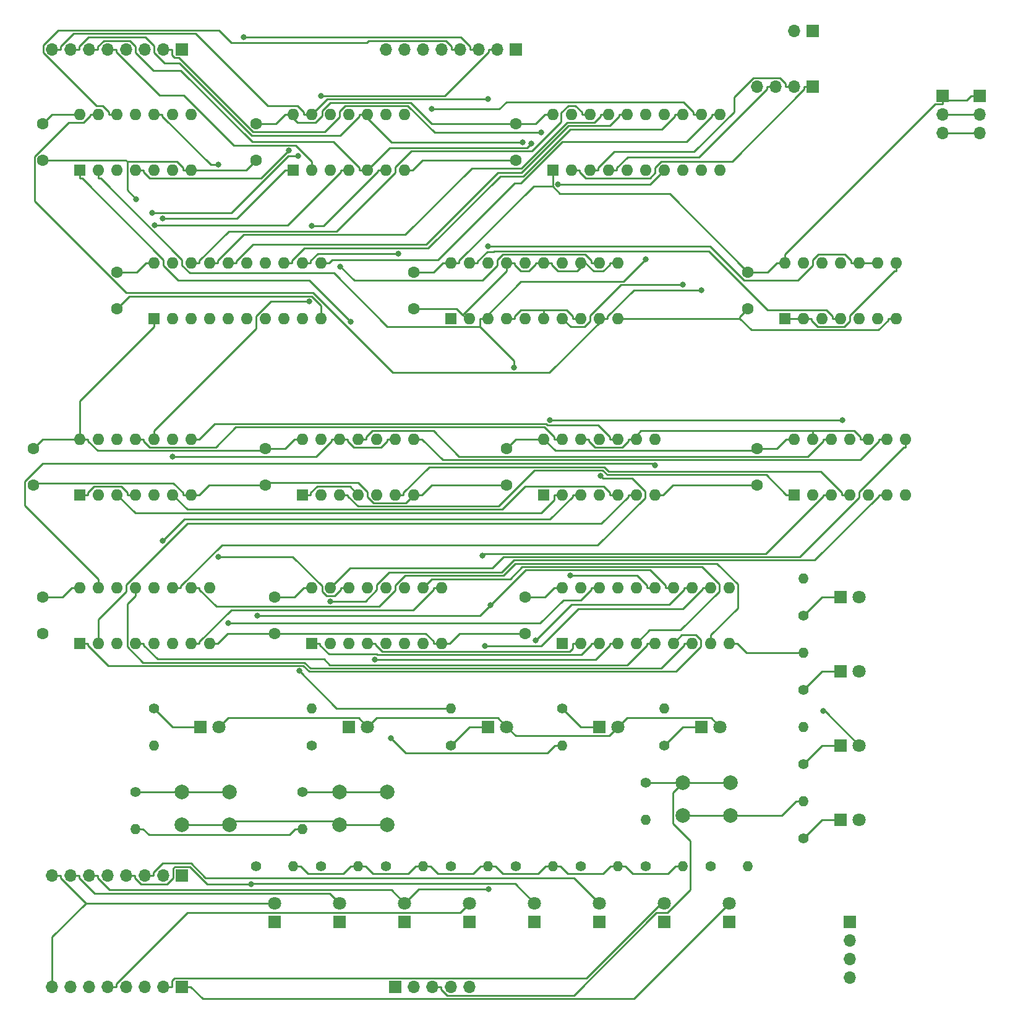
<source format=gbr>
%TF.GenerationSoftware,KiCad,Pcbnew,5.1.6-c6e7f7d~87~ubuntu16.04.1*%
%TF.CreationDate,2022-03-08T12:54:40-05:00*%
%TF.ProjectId,riscyalu,72697363-7961-46c7-952e-6b696361645f,rev?*%
%TF.SameCoordinates,Original*%
%TF.FileFunction,Copper,L2,Bot*%
%TF.FilePolarity,Positive*%
%FSLAX46Y46*%
G04 Gerber Fmt 4.6, Leading zero omitted, Abs format (unit mm)*
G04 Created by KiCad (PCBNEW 5.1.6-c6e7f7d~87~ubuntu16.04.1) date 2022-03-08 12:54:40*
%MOMM*%
%LPD*%
G01*
G04 APERTURE LIST*
%TA.AperFunction,ComponentPad*%
%ADD10O,1.700000X1.700000*%
%TD*%
%TA.AperFunction,ComponentPad*%
%ADD11R,1.700000X1.700000*%
%TD*%
%TA.AperFunction,ComponentPad*%
%ADD12C,2.000000*%
%TD*%
%TA.AperFunction,ComponentPad*%
%ADD13O,1.400000X1.400000*%
%TD*%
%TA.AperFunction,ComponentPad*%
%ADD14C,1.400000*%
%TD*%
%TA.AperFunction,ComponentPad*%
%ADD15C,1.800000*%
%TD*%
%TA.AperFunction,ComponentPad*%
%ADD16R,1.800000X1.800000*%
%TD*%
%TA.AperFunction,ComponentPad*%
%ADD17O,1.600000X1.600000*%
%TD*%
%TA.AperFunction,ComponentPad*%
%ADD18R,1.600000X1.600000*%
%TD*%
%TA.AperFunction,ComponentPad*%
%ADD19C,1.600000*%
%TD*%
%TA.AperFunction,ViaPad*%
%ADD20C,0.800000*%
%TD*%
%TA.AperFunction,Conductor*%
%ADD21C,0.250000*%
%TD*%
G04 APERTURE END LIST*
D10*
%TO.P,J10,2*%
%TO.N,imm1*%
X121920000Y-12700000D03*
D11*
%TO.P,J10,1*%
%TO.N,imm0*%
X124460000Y-12700000D03*
%TD*%
D12*
%TO.P,SW3,1*%
%TO.N,addwb*%
X113180000Y-115570000D03*
%TO.P,SW3,2*%
%TO.N,GND*%
X113180000Y-120070000D03*
%TO.P,SW3,1*%
%TO.N,addwb*%
X106680000Y-115570000D03*
%TO.P,SW3,2*%
%TO.N,GND*%
X106680000Y-120070000D03*
%TD*%
%TO.P,SW2,1*%
%TO.N,sliwb*%
X66190000Y-116840000D03*
%TO.P,SW2,2*%
%TO.N,GND*%
X66190000Y-121340000D03*
%TO.P,SW2,1*%
%TO.N,sliwb*%
X59690000Y-116840000D03*
%TO.P,SW2,2*%
%TO.N,GND*%
X59690000Y-121340000D03*
%TD*%
%TO.P,SW1,1*%
%TO.N,nandwb*%
X44600000Y-116840000D03*
%TO.P,SW1,2*%
%TO.N,GND*%
X44600000Y-121340000D03*
%TO.P,SW1,1*%
%TO.N,nandwb*%
X38100000Y-116840000D03*
%TO.P,SW1,2*%
%TO.N,GND*%
X38100000Y-121340000D03*
%TD*%
D13*
%TO.P,R21,2*%
%TO.N,+5V*%
X101600000Y-120650000D03*
D14*
%TO.P,R21,1*%
%TO.N,addwb*%
X101600000Y-115570000D03*
%TD*%
D13*
%TO.P,R20,2*%
%TO.N,+5V*%
X54610000Y-121920000D03*
D14*
%TO.P,R20,1*%
%TO.N,sliwb*%
X54610000Y-116840000D03*
%TD*%
D13*
%TO.P,R19,2*%
%TO.N,+5V*%
X31750000Y-121920000D03*
D14*
%TO.P,R19,1*%
%TO.N,nandwb*%
X31750000Y-116840000D03*
%TD*%
D10*
%TO.P,J9,3*%
%TO.N,Net-(J1-Pad3)*%
X147320000Y-26670000D03*
%TO.P,J9,2*%
%TO.N,GND*%
X147320000Y-24130000D03*
D11*
%TO.P,J9,1*%
%TO.N,+5V*%
X147320000Y-21590000D03*
%TD*%
D13*
%TO.P,R18,2*%
%TO.N,GND*%
X53340000Y-127000000D03*
D14*
%TO.P,R18,1*%
%TO.N,Net-(D18-Pad1)*%
X48260000Y-127000000D03*
%TD*%
D13*
%TO.P,R17,2*%
%TO.N,GND*%
X62230000Y-127000000D03*
D14*
%TO.P,R17,1*%
%TO.N,Net-(D17-Pad1)*%
X57150000Y-127000000D03*
%TD*%
D13*
%TO.P,R16,2*%
%TO.N,GND*%
X71120000Y-127000000D03*
D14*
%TO.P,R16,1*%
%TO.N,Net-(D16-Pad1)*%
X66040000Y-127000000D03*
%TD*%
D13*
%TO.P,R15,2*%
%TO.N,GND*%
X80010000Y-127000000D03*
D14*
%TO.P,R15,1*%
%TO.N,Net-(D15-Pad1)*%
X74930000Y-127000000D03*
%TD*%
D13*
%TO.P,R14,2*%
%TO.N,GND*%
X88900000Y-127000000D03*
D14*
%TO.P,R14,1*%
%TO.N,Net-(D14-Pad1)*%
X83820000Y-127000000D03*
%TD*%
D13*
%TO.P,R13,2*%
%TO.N,GND*%
X97790000Y-127000000D03*
D14*
%TO.P,R13,1*%
%TO.N,Net-(D13-Pad1)*%
X92710000Y-127000000D03*
%TD*%
D13*
%TO.P,R12,2*%
%TO.N,GND*%
X106680000Y-127000000D03*
D14*
%TO.P,R12,1*%
%TO.N,Net-(D12-Pad1)*%
X101600000Y-127000000D03*
%TD*%
D13*
%TO.P,R11,2*%
%TO.N,GND*%
X115570000Y-127000000D03*
D14*
%TO.P,R11,1*%
%TO.N,Net-(D11-Pad1)*%
X110490000Y-127000000D03*
%TD*%
D15*
%TO.P,D18,2*%
%TO.N,wb7*%
X50800000Y-132080000D03*
D16*
%TO.P,D18,1*%
%TO.N,Net-(D18-Pad1)*%
X50800000Y-134620000D03*
%TD*%
D15*
%TO.P,D17,2*%
%TO.N,wb6*%
X59690000Y-132080000D03*
D16*
%TO.P,D17,1*%
%TO.N,Net-(D17-Pad1)*%
X59690000Y-134620000D03*
%TD*%
D15*
%TO.P,D16,2*%
%TO.N,wb5*%
X68580000Y-132080000D03*
D16*
%TO.P,D16,1*%
%TO.N,Net-(D16-Pad1)*%
X68580000Y-134620000D03*
%TD*%
D15*
%TO.P,D15,2*%
%TO.N,wb4*%
X77470000Y-132080000D03*
D16*
%TO.P,D15,1*%
%TO.N,Net-(D15-Pad1)*%
X77470000Y-134620000D03*
%TD*%
D15*
%TO.P,D14,2*%
%TO.N,wb3*%
X86360000Y-132080000D03*
D16*
%TO.P,D14,1*%
%TO.N,Net-(D14-Pad1)*%
X86360000Y-134620000D03*
%TD*%
D15*
%TO.P,D13,2*%
%TO.N,wb2*%
X95250000Y-132080000D03*
D16*
%TO.P,D13,1*%
%TO.N,Net-(D13-Pad1)*%
X95250000Y-134620000D03*
%TD*%
D15*
%TO.P,D12,2*%
%TO.N,wb1*%
X104140000Y-132080000D03*
D16*
%TO.P,D12,1*%
%TO.N,Net-(D12-Pad1)*%
X104140000Y-134620000D03*
%TD*%
D15*
%TO.P,D11,2*%
%TO.N,wb0*%
X113030000Y-132080000D03*
D16*
%TO.P,D11,1*%
%TO.N,Net-(D11-Pad1)*%
X113030000Y-134620000D03*
%TD*%
D17*
%TO.P,U13,14*%
%TO.N,+5V*%
X120650000Y-44450000D03*
%TO.P,U13,7*%
%TO.N,GND*%
X135890000Y-52070000D03*
%TO.P,U13,13*%
%TO.N,N/C*%
X123190000Y-44450000D03*
%TO.P,U13,6*%
%TO.N,eq*%
X133350000Y-52070000D03*
%TO.P,U13,12*%
%TO.N,N/C*%
X125730000Y-44450000D03*
%TO.P,U13,5*%
%TO.N,noteq*%
X130810000Y-52070000D03*
%TO.P,U13,11*%
%TO.N,N/C*%
X128270000Y-44450000D03*
%TO.P,U13,4*%
%TO.N,noteq*%
X128270000Y-52070000D03*
%TO.P,U13,10*%
%TO.N,Rrd7*%
X130810000Y-44450000D03*
%TO.P,U13,3*%
%TO.N,lt*%
X125730000Y-52070000D03*
%TO.P,U13,9*%
%TO.N,Rrd7*%
X133350000Y-44450000D03*
%TO.P,U13,2*%
%TO.N,ge*%
X123190000Y-52070000D03*
%TO.P,U13,8*%
X135890000Y-44450000D03*
D18*
%TO.P,U13,1*%
X120650000Y-52070000D03*
%TD*%
D17*
%TO.P,U12,20*%
%TO.N,+5V*%
X74930000Y-44450000D03*
%TO.P,U12,10*%
%TO.N,GND*%
X97790000Y-52070000D03*
%TO.P,U12,19*%
%TO.N,noteq*%
X77470000Y-44450000D03*
%TO.P,U12,9*%
%TO.N,Rrd3*%
X95250000Y-52070000D03*
%TO.P,U12,18*%
%TO.N,Rrd7*%
X80010000Y-44450000D03*
%TO.P,U12,8*%
%TO.N,GND*%
X92710000Y-52070000D03*
%TO.P,U12,17*%
X82550000Y-44450000D03*
%TO.P,U12,7*%
%TO.N,Rrd2*%
X90170000Y-52070000D03*
%TO.P,U12,16*%
%TO.N,Rrd6*%
X85090000Y-44450000D03*
%TO.P,U12,6*%
%TO.N,GND*%
X87630000Y-52070000D03*
%TO.P,U12,15*%
X87630000Y-44450000D03*
%TO.P,U12,5*%
%TO.N,Rrd1*%
X85090000Y-52070000D03*
%TO.P,U12,14*%
%TO.N,Rrd5*%
X90170000Y-44450000D03*
%TO.P,U12,4*%
%TO.N,GND*%
X82550000Y-52070000D03*
%TO.P,U12,13*%
X92710000Y-44450000D03*
%TO.P,U12,3*%
%TO.N,Rrd0*%
X80010000Y-52070000D03*
%TO.P,U12,12*%
%TO.N,Rrd4*%
X95250000Y-44450000D03*
%TO.P,U12,2*%
%TO.N,GND*%
X77470000Y-52070000D03*
%TO.P,U12,11*%
X97790000Y-44450000D03*
D18*
%TO.P,U12,1*%
%TO.N,Net-(U12-Pad1)*%
X74930000Y-52070000D03*
%TD*%
D17*
%TO.P,U11,14*%
%TO.N,+5V*%
X54610000Y-68580000D03*
%TO.P,U11,7*%
%TO.N,GND*%
X69850000Y-76200000D03*
%TO.P,U11,13*%
%TO.N,Rrs3*%
X57150000Y-68580000D03*
%TO.P,U11,6*%
%TO.N,Net-(U11-Pad6)*%
X67310000Y-76200000D03*
%TO.P,U11,12*%
%TO.N,incdec*%
X59690000Y-68580000D03*
%TO.P,U11,5*%
%TO.N,Rrs1*%
X64770000Y-76200000D03*
%TO.P,U11,11*%
%TO.N,Net-(U11-Pad11)*%
X62230000Y-68580000D03*
%TO.P,U11,4*%
%TO.N,incdec*%
X62230000Y-76200000D03*
%TO.P,U11,10*%
%TO.N,Rrs2*%
X64770000Y-68580000D03*
%TO.P,U11,3*%
%TO.N,Net-(U11-Pad3)*%
X59690000Y-76200000D03*
%TO.P,U11,9*%
%TO.N,incdec*%
X67310000Y-68580000D03*
%TO.P,U11,2*%
%TO.N,Rrs0*%
X57150000Y-76200000D03*
%TO.P,U11,8*%
%TO.N,Net-(U11-Pad8)*%
X69850000Y-68580000D03*
D18*
%TO.P,U11,1*%
%TO.N,incdec*%
X54610000Y-76200000D03*
%TD*%
D17*
%TO.P,U10,14*%
%TO.N,+5V*%
X24130000Y-68580000D03*
%TO.P,U10,7*%
%TO.N,GND*%
X39370000Y-76200000D03*
%TO.P,U10,13*%
%TO.N,Rrs7*%
X26670000Y-68580000D03*
%TO.P,U10,6*%
%TO.N,Net-(U10-Pad6)*%
X36830000Y-76200000D03*
%TO.P,U10,12*%
%TO.N,incdec*%
X29210000Y-68580000D03*
%TO.P,U10,5*%
%TO.N,Rrs5*%
X34290000Y-76200000D03*
%TO.P,U10,11*%
%TO.N,Net-(U10-Pad11)*%
X31750000Y-68580000D03*
%TO.P,U10,4*%
%TO.N,incdec*%
X31750000Y-76200000D03*
%TO.P,U10,10*%
%TO.N,Rrs6*%
X34290000Y-68580000D03*
%TO.P,U10,3*%
%TO.N,Net-(U10-Pad3)*%
X29210000Y-76200000D03*
%TO.P,U10,9*%
%TO.N,incdec*%
X36830000Y-68580000D03*
%TO.P,U10,2*%
%TO.N,Rrs4*%
X26670000Y-76200000D03*
%TO.P,U10,8*%
%TO.N,Net-(U10-Pad8)*%
X39370000Y-68580000D03*
D18*
%TO.P,U10,1*%
%TO.N,incdec*%
X24130000Y-76200000D03*
%TD*%
D17*
%TO.P,U9,14*%
%TO.N,+5V*%
X121920000Y-68580000D03*
%TO.P,U9,7*%
%TO.N,GND*%
X137160000Y-76200000D03*
%TO.P,U9,13*%
%TO.N,addsub*%
X124460000Y-68580000D03*
%TO.P,U9,6*%
%TO.N,Net-(U7-Pad2)*%
X134620000Y-76200000D03*
%TO.P,U9,12*%
%TO.N,Net-(U11-Pad11)*%
X127000000Y-68580000D03*
%TO.P,U9,5*%
%TO.N,addsub*%
X132080000Y-76200000D03*
%TO.P,U9,11*%
%TO.N,Net-(U7-Pad11)*%
X129540000Y-68580000D03*
%TO.P,U9,4*%
%TO.N,Net-(U11-Pad6)*%
X129540000Y-76200000D03*
%TO.P,U9,10*%
%TO.N,addsub*%
X132080000Y-68580000D03*
%TO.P,U9,3*%
%TO.N,Net-(U7-Pad6)*%
X127000000Y-76200000D03*
%TO.P,U9,9*%
%TO.N,Net-(U11-Pad8)*%
X134620000Y-68580000D03*
%TO.P,U9,2*%
%TO.N,addsub*%
X124460000Y-76200000D03*
%TO.P,U9,8*%
%TO.N,Net-(U7-Pad15)*%
X137160000Y-68580000D03*
D18*
%TO.P,U9,1*%
%TO.N,Net-(U11-Pad3)*%
X121920000Y-76200000D03*
%TD*%
D17*
%TO.P,U8,14*%
%TO.N,+5V*%
X87630000Y-68580000D03*
%TO.P,U8,7*%
%TO.N,GND*%
X102870000Y-76200000D03*
%TO.P,U8,13*%
%TO.N,Net-(U10-Pad11)*%
X90170000Y-68580000D03*
%TO.P,U8,6*%
%TO.N,Net-(U6-Pad2)*%
X100330000Y-76200000D03*
%TO.P,U8,12*%
%TO.N,addsub*%
X92710000Y-68580000D03*
%TO.P,U8,5*%
%TO.N,Net-(U10-Pad6)*%
X97790000Y-76200000D03*
%TO.P,U8,11*%
%TO.N,Net-(U6-Pad11)*%
X95250000Y-68580000D03*
%TO.P,U8,4*%
%TO.N,addsub*%
X95250000Y-76200000D03*
%TO.P,U8,10*%
%TO.N,Net-(U10-Pad8)*%
X97790000Y-68580000D03*
%TO.P,U8,3*%
%TO.N,Net-(U6-Pad6)*%
X92710000Y-76200000D03*
%TO.P,U8,9*%
%TO.N,addsub*%
X100330000Y-68580000D03*
%TO.P,U8,2*%
%TO.N,Net-(U10-Pad3)*%
X90170000Y-76200000D03*
%TO.P,U8,8*%
%TO.N,Net-(U6-Pad15)*%
X102870000Y-68580000D03*
D18*
%TO.P,U8,1*%
%TO.N,addsub*%
X87630000Y-76200000D03*
%TD*%
D17*
%TO.P,U7,16*%
%TO.N,+5V*%
X55880000Y-88900000D03*
%TO.P,U7,8*%
%TO.N,GND*%
X73660000Y-96520000D03*
%TO.P,U7,15*%
%TO.N,Net-(U7-Pad15)*%
X58420000Y-88900000D03*
%TO.P,U7,7*%
%TO.N,addsub*%
X71120000Y-96520000D03*
%TO.P,U7,14*%
%TO.N,Rrd2*%
X60960000Y-88900000D03*
%TO.P,U7,6*%
%TO.N,Net-(U7-Pad6)*%
X68580000Y-96520000D03*
%TO.P,U7,13*%
%TO.N,Net-(U5-Pad4)*%
X63500000Y-88900000D03*
%TO.P,U7,5*%
%TO.N,Rrd0*%
X66040000Y-96520000D03*
%TO.P,U7,12*%
%TO.N,Rrd3*%
X66040000Y-88900000D03*
%TO.P,U7,4*%
%TO.N,Net-(U5-Pad2)*%
X63500000Y-96520000D03*
%TO.P,U7,11*%
%TO.N,Net-(U7-Pad11)*%
X68580000Y-88900000D03*
%TO.P,U7,3*%
%TO.N,Rrd1*%
X60960000Y-96520000D03*
%TO.P,U7,10*%
%TO.N,Net-(U5-Pad5)*%
X71120000Y-88900000D03*
%TO.P,U7,2*%
%TO.N,Net-(U7-Pad2)*%
X58420000Y-96520000D03*
%TO.P,U7,9*%
%TO.N,Net-(U6-Pad7)*%
X73660000Y-88900000D03*
D18*
%TO.P,U7,1*%
%TO.N,Net-(U5-Pad3)*%
X55880000Y-96520000D03*
%TD*%
D17*
%TO.P,U6,16*%
%TO.N,+5V*%
X24130000Y-88900000D03*
%TO.P,U6,8*%
%TO.N,GND*%
X41910000Y-96520000D03*
%TO.P,U6,15*%
%TO.N,Net-(U6-Pad15)*%
X26670000Y-88900000D03*
%TO.P,U6,7*%
%TO.N,Net-(U6-Pad7)*%
X39370000Y-96520000D03*
%TO.P,U6,14*%
%TO.N,Rrd6*%
X29210000Y-88900000D03*
%TO.P,U6,6*%
%TO.N,Net-(U6-Pad6)*%
X36830000Y-96520000D03*
%TO.P,U6,13*%
%TO.N,Net-(U5-Pad8)*%
X31750000Y-88900000D03*
%TO.P,U6,5*%
%TO.N,Rrd4*%
X34290000Y-96520000D03*
%TO.P,U6,12*%
%TO.N,Rrd7*%
X34290000Y-88900000D03*
%TO.P,U6,4*%
%TO.N,Net-(U5-Pad6)*%
X31750000Y-96520000D03*
%TO.P,U6,11*%
%TO.N,Net-(U6-Pad11)*%
X36830000Y-88900000D03*
%TO.P,U6,3*%
%TO.N,Rrd5*%
X29210000Y-96520000D03*
%TO.P,U6,10*%
%TO.N,Net-(U5-Pad9)*%
X39370000Y-88900000D03*
%TO.P,U6,2*%
%TO.N,Net-(U6-Pad2)*%
X26670000Y-96520000D03*
%TO.P,U6,9*%
%TO.N,Net-(U6-Pad9)*%
X41910000Y-88900000D03*
D18*
%TO.P,U6,1*%
%TO.N,Net-(U5-Pad7)*%
X24130000Y-96520000D03*
%TD*%
D17*
%TO.P,U5,20*%
%TO.N,+5V*%
X90170000Y-88900000D03*
%TO.P,U5,10*%
%TO.N,GND*%
X113030000Y-96520000D03*
%TO.P,U5,19*%
%TO.N,addwb*%
X92710000Y-88900000D03*
%TO.P,U5,9*%
%TO.N,Net-(U5-Pad9)*%
X110490000Y-96520000D03*
%TO.P,U5,18*%
%TO.N,wb0*%
X95250000Y-88900000D03*
%TO.P,U5,8*%
%TO.N,Net-(U5-Pad8)*%
X107950000Y-96520000D03*
%TO.P,U5,17*%
%TO.N,wb1*%
X97790000Y-88900000D03*
%TO.P,U5,7*%
%TO.N,Net-(U5-Pad7)*%
X105410000Y-96520000D03*
%TO.P,U5,16*%
%TO.N,wb2*%
X100330000Y-88900000D03*
%TO.P,U5,6*%
%TO.N,Net-(U5-Pad6)*%
X102870000Y-96520000D03*
%TO.P,U5,15*%
%TO.N,wb3*%
X102870000Y-88900000D03*
%TO.P,U5,5*%
%TO.N,Net-(U5-Pad5)*%
X100330000Y-96520000D03*
%TO.P,U5,14*%
%TO.N,wb4*%
X105410000Y-88900000D03*
%TO.P,U5,4*%
%TO.N,Net-(U5-Pad4)*%
X97790000Y-96520000D03*
%TO.P,U5,13*%
%TO.N,wb5*%
X107950000Y-88900000D03*
%TO.P,U5,3*%
%TO.N,Net-(U5-Pad3)*%
X95250000Y-96520000D03*
%TO.P,U5,12*%
%TO.N,wb6*%
X110490000Y-88900000D03*
%TO.P,U5,2*%
%TO.N,Net-(U5-Pad2)*%
X92710000Y-96520000D03*
%TO.P,U5,11*%
%TO.N,wb7*%
X113030000Y-88900000D03*
D18*
%TO.P,U5,1*%
%TO.N,+5V*%
X90170000Y-96520000D03*
%TD*%
D17*
%TO.P,U4,20*%
%TO.N,+5V*%
X88900000Y-24130000D03*
%TO.P,U4,10*%
%TO.N,GND*%
X111760000Y-31750000D03*
%TO.P,U4,19*%
%TO.N,sliwb*%
X91440000Y-24130000D03*
%TO.P,U4,9*%
%TO.N,Rrd3*%
X109220000Y-31750000D03*
%TO.P,U4,18*%
%TO.N,wb0*%
X93980000Y-24130000D03*
%TO.P,U4,8*%
%TO.N,Rrd2*%
X106680000Y-31750000D03*
%TO.P,U4,17*%
%TO.N,wb1*%
X96520000Y-24130000D03*
%TO.P,U4,7*%
%TO.N,Rrd1*%
X104140000Y-31750000D03*
%TO.P,U4,16*%
%TO.N,wb2*%
X99060000Y-24130000D03*
%TO.P,U4,6*%
%TO.N,Rrd0*%
X101600000Y-31750000D03*
%TO.P,U4,15*%
%TO.N,wb3*%
X101600000Y-24130000D03*
%TO.P,U4,5*%
%TO.N,imm3*%
X99060000Y-31750000D03*
%TO.P,U4,14*%
%TO.N,wb4*%
X104140000Y-24130000D03*
%TO.P,U4,4*%
%TO.N,imm2*%
X96520000Y-31750000D03*
%TO.P,U4,13*%
%TO.N,wb5*%
X106680000Y-24130000D03*
%TO.P,U4,3*%
%TO.N,imm1*%
X93980000Y-31750000D03*
%TO.P,U4,12*%
%TO.N,wb6*%
X109220000Y-24130000D03*
%TO.P,U4,2*%
%TO.N,imm0*%
X91440000Y-31750000D03*
%TO.P,U4,11*%
%TO.N,wb7*%
X111760000Y-24130000D03*
D18*
%TO.P,U4,1*%
%TO.N,+5V*%
X88900000Y-31750000D03*
%TD*%
D17*
%TO.P,U3,20*%
%TO.N,+5V*%
X34290000Y-44450000D03*
%TO.P,U3,10*%
%TO.N,GND*%
X57150000Y-52070000D03*
%TO.P,U3,19*%
%TO.N,nandwb*%
X36830000Y-44450000D03*
%TO.P,U3,9*%
%TO.N,Net-(U2-Pad11)*%
X54610000Y-52070000D03*
%TO.P,U3,18*%
%TO.N,wb0*%
X39370000Y-44450000D03*
%TO.P,U3,8*%
%TO.N,Net-(U2-Pad8)*%
X52070000Y-52070000D03*
%TO.P,U3,17*%
%TO.N,wb1*%
X41910000Y-44450000D03*
%TO.P,U3,7*%
%TO.N,Net-(U2-Pad6)*%
X49530000Y-52070000D03*
%TO.P,U3,16*%
%TO.N,wb2*%
X44450000Y-44450000D03*
%TO.P,U3,6*%
%TO.N,Net-(U2-Pad3)*%
X46990000Y-52070000D03*
%TO.P,U3,15*%
%TO.N,wb3*%
X46990000Y-44450000D03*
%TO.P,U3,5*%
%TO.N,Net-(U1-Pad11)*%
X44450000Y-52070000D03*
%TO.P,U3,14*%
%TO.N,wb4*%
X49530000Y-44450000D03*
%TO.P,U3,4*%
%TO.N,Net-(U1-Pad8)*%
X41910000Y-52070000D03*
%TO.P,U3,13*%
%TO.N,wb5*%
X52070000Y-44450000D03*
%TO.P,U3,3*%
%TO.N,Net-(U1-Pad6)*%
X39370000Y-52070000D03*
%TO.P,U3,12*%
%TO.N,wb6*%
X54610000Y-44450000D03*
%TO.P,U3,2*%
%TO.N,Net-(U1-Pad3)*%
X36830000Y-52070000D03*
%TO.P,U3,11*%
%TO.N,wb7*%
X57150000Y-44450000D03*
D18*
%TO.P,U3,1*%
%TO.N,+5V*%
X34290000Y-52070000D03*
%TD*%
D17*
%TO.P,U2,14*%
%TO.N,+5V*%
X53340000Y-24130000D03*
%TO.P,U2,7*%
%TO.N,GND*%
X68580000Y-31750000D03*
%TO.P,U2,13*%
%TO.N,Rrd7*%
X55880000Y-24130000D03*
%TO.P,U2,6*%
%TO.N,Net-(U2-Pad6)*%
X66040000Y-31750000D03*
%TO.P,U2,12*%
%TO.N,Rrs7*%
X58420000Y-24130000D03*
%TO.P,U2,5*%
%TO.N,Rrd5*%
X63500000Y-31750000D03*
%TO.P,U2,11*%
%TO.N,Net-(U2-Pad11)*%
X60960000Y-24130000D03*
%TO.P,U2,4*%
%TO.N,Rrs5*%
X60960000Y-31750000D03*
%TO.P,U2,10*%
%TO.N,Rrd6*%
X63500000Y-24130000D03*
%TO.P,U2,3*%
%TO.N,Net-(U2-Pad3)*%
X58420000Y-31750000D03*
%TO.P,U2,9*%
%TO.N,Rrs6*%
X66040000Y-24130000D03*
%TO.P,U2,2*%
%TO.N,Rrd4*%
X55880000Y-31750000D03*
%TO.P,U2,8*%
%TO.N,Net-(U2-Pad8)*%
X68580000Y-24130000D03*
D18*
%TO.P,U2,1*%
%TO.N,Rrs4*%
X53340000Y-31750000D03*
%TD*%
D17*
%TO.P,U1,14*%
%TO.N,+5V*%
X24130000Y-24130000D03*
%TO.P,U1,7*%
%TO.N,GND*%
X39370000Y-31750000D03*
%TO.P,U1,13*%
%TO.N,Rrd3*%
X26670000Y-24130000D03*
%TO.P,U1,6*%
%TO.N,Net-(U1-Pad6)*%
X36830000Y-31750000D03*
%TO.P,U1,12*%
%TO.N,Rrs3*%
X29210000Y-24130000D03*
%TO.P,U1,5*%
%TO.N,Rrd1*%
X34290000Y-31750000D03*
%TO.P,U1,11*%
%TO.N,Net-(U1-Pad11)*%
X31750000Y-24130000D03*
%TO.P,U1,4*%
%TO.N,Rrs1*%
X31750000Y-31750000D03*
%TO.P,U1,10*%
%TO.N,Rrd2*%
X34290000Y-24130000D03*
%TO.P,U1,3*%
%TO.N,Net-(U1-Pad3)*%
X29210000Y-31750000D03*
%TO.P,U1,9*%
%TO.N,Rrs2*%
X36830000Y-24130000D03*
%TO.P,U1,2*%
%TO.N,Rrd0*%
X26670000Y-31750000D03*
%TO.P,U1,8*%
%TO.N,Net-(U1-Pad8)*%
X39370000Y-24130000D03*
D18*
%TO.P,U1,1*%
%TO.N,Rrs0*%
X24130000Y-31750000D03*
%TD*%
D13*
%TO.P,R10,2*%
%TO.N,GND*%
X123190000Y-118110000D03*
D14*
%TO.P,R10,1*%
%TO.N,Net-(D10-Pad1)*%
X123190000Y-123190000D03*
%TD*%
D13*
%TO.P,R9,2*%
%TO.N,GND*%
X123190000Y-107950000D03*
D14*
%TO.P,R9,1*%
%TO.N,Net-(D9-Pad1)*%
X123190000Y-113030000D03*
%TD*%
D13*
%TO.P,R8,2*%
%TO.N,GND*%
X123190000Y-97790000D03*
D14*
%TO.P,R8,1*%
%TO.N,Net-(D8-Pad1)*%
X123190000Y-102870000D03*
%TD*%
D13*
%TO.P,R7,2*%
%TO.N,GND*%
X123190000Y-87630000D03*
D14*
%TO.P,R7,1*%
%TO.N,Net-(D7-Pad1)*%
X123190000Y-92710000D03*
%TD*%
D13*
%TO.P,R5,2*%
%TO.N,incdec*%
X74930000Y-105410000D03*
D14*
%TO.P,R5,1*%
%TO.N,Net-(D5-Pad1)*%
X74930000Y-110490000D03*
%TD*%
D13*
%TO.P,R4,2*%
%TO.N,addsub*%
X90170000Y-110490000D03*
D14*
%TO.P,R4,1*%
%TO.N,Net-(D4-Pad1)*%
X90170000Y-105410000D03*
%TD*%
D13*
%TO.P,R3,2*%
%TO.N,addwb*%
X104140000Y-105410000D03*
D14*
%TO.P,R3,1*%
%TO.N,Net-(D3-Pad1)*%
X104140000Y-110490000D03*
%TD*%
D13*
%TO.P,R2,2*%
%TO.N,sliwb*%
X55880000Y-105410000D03*
D14*
%TO.P,R2,1*%
%TO.N,Net-(D2-Pad1)*%
X55880000Y-110490000D03*
%TD*%
D13*
%TO.P,R1,2*%
%TO.N,nandwb*%
X34290000Y-110490000D03*
D14*
%TO.P,R1,1*%
%TO.N,Net-(D1-Pad1)*%
X34290000Y-105410000D03*
%TD*%
D10*
%TO.P,J8,4*%
%TO.N,ge*%
X129540000Y-142240000D03*
%TO.P,J8,3*%
%TO.N,lt*%
X129540000Y-139700000D03*
%TO.P,J8,2*%
%TO.N,noteq*%
X129540000Y-137160000D03*
D11*
%TO.P,J8,1*%
%TO.N,eq*%
X129540000Y-134620000D03*
%TD*%
D10*
%TO.P,J7,5*%
%TO.N,sliwb*%
X77470000Y-143510000D03*
%TO.P,J7,4*%
%TO.N,nandwb*%
X74930000Y-143510000D03*
%TO.P,J7,3*%
%TO.N,addwb*%
X72390000Y-143510000D03*
%TO.P,J7,2*%
%TO.N,incdec*%
X69850000Y-143510000D03*
D11*
%TO.P,J7,1*%
%TO.N,addsub*%
X67310000Y-143510000D03*
%TD*%
D10*
%TO.P,J6,4*%
%TO.N,imm3*%
X116840000Y-20320000D03*
%TO.P,J6,3*%
%TO.N,imm2*%
X119380000Y-20320000D03*
%TO.P,J6,2*%
%TO.N,imm1*%
X121920000Y-20320000D03*
D11*
%TO.P,J6,1*%
%TO.N,imm0*%
X124460000Y-20320000D03*
%TD*%
D10*
%TO.P,J5,8*%
%TO.N,Rrs7*%
X66040000Y-15240000D03*
%TO.P,J5,7*%
%TO.N,Rrs6*%
X68580000Y-15240000D03*
%TO.P,J5,6*%
%TO.N,Rrs5*%
X71120000Y-15240000D03*
%TO.P,J5,5*%
%TO.N,Rrs4*%
X73660000Y-15240000D03*
%TO.P,J5,4*%
%TO.N,Rrs3*%
X76200000Y-15240000D03*
%TO.P,J5,3*%
%TO.N,Rrs2*%
X78740000Y-15240000D03*
%TO.P,J5,2*%
%TO.N,Rrs1*%
X81280000Y-15240000D03*
D11*
%TO.P,J5,1*%
%TO.N,Rrs0*%
X83820000Y-15240000D03*
%TD*%
D10*
%TO.P,J4,8*%
%TO.N,Rrd7*%
X20320000Y-15240000D03*
%TO.P,J4,7*%
%TO.N,Rrd6*%
X22860000Y-15240000D03*
%TO.P,J4,6*%
%TO.N,Rrd5*%
X25400000Y-15240000D03*
%TO.P,J4,5*%
%TO.N,Rrd4*%
X27940000Y-15240000D03*
%TO.P,J4,4*%
%TO.N,Rrd3*%
X30480000Y-15240000D03*
%TO.P,J4,3*%
%TO.N,Rrd2*%
X33020000Y-15240000D03*
%TO.P,J4,2*%
%TO.N,Rrd1*%
X35560000Y-15240000D03*
D11*
%TO.P,J4,1*%
%TO.N,Rrd0*%
X38100000Y-15240000D03*
%TD*%
D10*
%TO.P,J3,8*%
%TO.N,wb7*%
X20320000Y-143510000D03*
%TO.P,J3,7*%
%TO.N,wb6*%
X22860000Y-143510000D03*
%TO.P,J3,6*%
%TO.N,wb5*%
X25400000Y-143510000D03*
%TO.P,J3,5*%
%TO.N,wb4*%
X27940000Y-143510000D03*
%TO.P,J3,4*%
%TO.N,wb3*%
X30480000Y-143510000D03*
%TO.P,J3,3*%
%TO.N,wb2*%
X33020000Y-143510000D03*
%TO.P,J3,2*%
%TO.N,wb1*%
X35560000Y-143510000D03*
D11*
%TO.P,J3,1*%
%TO.N,wb0*%
X38100000Y-143510000D03*
%TD*%
D10*
%TO.P,J2,8*%
%TO.N,wb7*%
X20320000Y-128270000D03*
%TO.P,J2,7*%
%TO.N,wb6*%
X22860000Y-128270000D03*
%TO.P,J2,6*%
%TO.N,wb5*%
X25400000Y-128270000D03*
%TO.P,J2,5*%
%TO.N,wb4*%
X27940000Y-128270000D03*
%TO.P,J2,4*%
%TO.N,wb3*%
X30480000Y-128270000D03*
%TO.P,J2,3*%
%TO.N,wb2*%
X33020000Y-128270000D03*
%TO.P,J2,2*%
%TO.N,wb1*%
X35560000Y-128270000D03*
D11*
%TO.P,J2,1*%
%TO.N,wb0*%
X38100000Y-128270000D03*
%TD*%
D10*
%TO.P,J1,3*%
%TO.N,Net-(J1-Pad3)*%
X142240000Y-26670000D03*
%TO.P,J1,2*%
%TO.N,GND*%
X142240000Y-24130000D03*
D11*
%TO.P,J1,1*%
%TO.N,+5V*%
X142240000Y-21590000D03*
%TD*%
D15*
%TO.P,D10,2*%
%TO.N,ge*%
X130810000Y-120650000D03*
D16*
%TO.P,D10,1*%
%TO.N,Net-(D10-Pad1)*%
X128270000Y-120650000D03*
%TD*%
D15*
%TO.P,D9,2*%
%TO.N,lt*%
X130810000Y-110490000D03*
D16*
%TO.P,D9,1*%
%TO.N,Net-(D9-Pad1)*%
X128270000Y-110490000D03*
%TD*%
D15*
%TO.P,D8,2*%
%TO.N,noteq*%
X130810000Y-100330000D03*
D16*
%TO.P,D8,1*%
%TO.N,Net-(D8-Pad1)*%
X128270000Y-100330000D03*
%TD*%
D15*
%TO.P,D7,2*%
%TO.N,eq*%
X130810000Y-90170000D03*
D16*
%TO.P,D7,1*%
%TO.N,Net-(D7-Pad1)*%
X128270000Y-90170000D03*
%TD*%
D15*
%TO.P,D5,2*%
%TO.N,+5V*%
X82550000Y-107950000D03*
D16*
%TO.P,D5,1*%
%TO.N,Net-(D5-Pad1)*%
X80010000Y-107950000D03*
%TD*%
D15*
%TO.P,D4,2*%
%TO.N,+5V*%
X97790000Y-107950000D03*
D16*
%TO.P,D4,1*%
%TO.N,Net-(D4-Pad1)*%
X95250000Y-107950000D03*
%TD*%
D15*
%TO.P,D3,2*%
%TO.N,+5V*%
X111760000Y-107950000D03*
D16*
%TO.P,D3,1*%
%TO.N,Net-(D3-Pad1)*%
X109220000Y-107950000D03*
%TD*%
D15*
%TO.P,D2,2*%
%TO.N,+5V*%
X63500000Y-107950000D03*
D16*
%TO.P,D2,1*%
%TO.N,Net-(D2-Pad1)*%
X60960000Y-107950000D03*
%TD*%
D15*
%TO.P,D1,2*%
%TO.N,+5V*%
X43180000Y-107950000D03*
D16*
%TO.P,D1,1*%
%TO.N,Net-(D1-Pad1)*%
X40640000Y-107950000D03*
%TD*%
D19*
%TO.P,C13,2*%
%TO.N,GND*%
X115570000Y-50720000D03*
%TO.P,C13,1*%
%TO.N,+5V*%
X115570000Y-45720000D03*
%TD*%
%TO.P,C12,2*%
%TO.N,GND*%
X69850000Y-50720000D03*
%TO.P,C12,1*%
%TO.N,+5V*%
X69850000Y-45720000D03*
%TD*%
%TO.P,C11,2*%
%TO.N,GND*%
X49530000Y-74850000D03*
%TO.P,C11,1*%
%TO.N,+5V*%
X49530000Y-69850000D03*
%TD*%
%TO.P,C10,2*%
%TO.N,GND*%
X17780000Y-74850000D03*
%TO.P,C10,1*%
%TO.N,+5V*%
X17780000Y-69850000D03*
%TD*%
%TO.P,C9,2*%
%TO.N,GND*%
X116840000Y-74850000D03*
%TO.P,C9,1*%
%TO.N,+5V*%
X116840000Y-69850000D03*
%TD*%
%TO.P,C8,2*%
%TO.N,GND*%
X82550000Y-74850000D03*
%TO.P,C8,1*%
%TO.N,+5V*%
X82550000Y-69850000D03*
%TD*%
%TO.P,C7,2*%
%TO.N,GND*%
X50800000Y-95170000D03*
%TO.P,C7,1*%
%TO.N,+5V*%
X50800000Y-90170000D03*
%TD*%
%TO.P,C6,2*%
%TO.N,GND*%
X19050000Y-95170000D03*
%TO.P,C6,1*%
%TO.N,+5V*%
X19050000Y-90170000D03*
%TD*%
%TO.P,C5,2*%
%TO.N,GND*%
X85090000Y-95170000D03*
%TO.P,C5,1*%
%TO.N,+5V*%
X85090000Y-90170000D03*
%TD*%
%TO.P,C4,2*%
%TO.N,GND*%
X83820000Y-30400000D03*
%TO.P,C4,1*%
%TO.N,+5V*%
X83820000Y-25400000D03*
%TD*%
%TO.P,C3,2*%
%TO.N,GND*%
X29210000Y-50720000D03*
%TO.P,C3,1*%
%TO.N,+5V*%
X29210000Y-45720000D03*
%TD*%
%TO.P,C2,2*%
%TO.N,GND*%
X48260000Y-30400000D03*
%TO.P,C2,1*%
%TO.N,+5V*%
X48260000Y-25400000D03*
%TD*%
%TO.P,C1,2*%
%TO.N,GND*%
X19050000Y-30400000D03*
%TO.P,C1,1*%
%TO.N,+5V*%
X19050000Y-25400000D03*
%TD*%
D20*
%TO.N,GND*%
X31854800Y-35724100D03*
%TO.N,lt*%
X125841600Y-105800800D03*
%TO.N,wb6*%
X67700800Y-43211000D03*
X72310800Y-23441700D03*
X79553700Y-96919900D03*
%TO.N,wb5*%
X86510900Y-96160800D03*
X80114100Y-130169000D03*
%TO.N,wb4*%
X48386700Y-92738600D03*
X80333500Y-91335000D03*
%TO.N,wb3*%
X91295400Y-87238200D03*
X47572700Y-129528200D03*
%TO.N,wb0*%
X44411100Y-93775600D03*
%TO.N,Rrd7*%
X80010000Y-42199700D03*
X80010000Y-22071700D03*
%TO.N,Rrd6*%
X84706100Y-27990700D03*
%TO.N,Rrd5*%
X85919400Y-28165900D03*
%TO.N,Rrd4*%
X59779600Y-44958800D03*
%TO.N,Rrd3*%
X109220000Y-48213100D03*
%TO.N,Rrd2*%
X43094400Y-84677100D03*
X43094400Y-31024100D03*
X106680000Y-47487800D03*
%TO.N,Rrd1*%
X89568800Y-33697700D03*
X87249100Y-26629000D03*
%TO.N,Rrd0*%
X101600000Y-43994900D03*
X83543800Y-58755800D03*
%TO.N,Rrs7*%
X34058800Y-37624200D03*
X54031600Y-29824000D03*
%TO.N,Rrs6*%
X55553300Y-49742000D03*
%TO.N,Rrs5*%
X34388100Y-39283000D03*
%TO.N,Rrs4*%
X35436800Y-38352400D03*
%TO.N,Rrs2*%
X46526100Y-13595800D03*
%TO.N,Rrs1*%
X52735900Y-29093800D03*
X57150000Y-21621400D03*
%TO.N,Rrs0*%
X61154800Y-52507400D03*
%TO.N,incdec*%
X54195600Y-100316000D03*
X36830000Y-70977600D03*
%TO.N,addsub*%
X66740300Y-109502500D03*
%TO.N,Net-(U2-Pad6)*%
X55880000Y-39409300D03*
%TO.N,Net-(U5-Pad4)*%
X64459200Y-98726900D03*
%TO.N,Net-(U6-Pad15)*%
X102870000Y-72207200D03*
%TO.N,Net-(U6-Pad6)*%
X35435000Y-82531800D03*
%TO.N,Net-(U6-Pad11)*%
X95393900Y-73574600D03*
%TO.N,Net-(U7-Pad6)*%
X79226000Y-84499600D03*
%TO.N,Net-(U7-Pad11)*%
X88458300Y-65976300D03*
X128513900Y-65976300D03*
%TO.N,Net-(U7-Pad2)*%
X58420000Y-90769800D03*
%TD*%
D21*
%TO.N,GND*%
X57150000Y-50944700D02*
X57150000Y-50312900D01*
X57150000Y-50312900D02*
X55853800Y-49016700D01*
X55853800Y-49016700D02*
X30913300Y-49016700D01*
X30913300Y-49016700D02*
X29210000Y-50720000D01*
X30603500Y-30621300D02*
X37397300Y-30621300D01*
X37397300Y-30621300D02*
X38244700Y-31468700D01*
X38244700Y-31468700D02*
X38244700Y-31750000D01*
X19050000Y-30400000D02*
X30382200Y-30400000D01*
X30382200Y-30400000D02*
X30603500Y-30621300D01*
X30603500Y-30621300D02*
X30603500Y-34472800D01*
X30603500Y-34472800D02*
X31854800Y-35724100D01*
X39370000Y-31750000D02*
X38244700Y-31750000D01*
X114437500Y-52070000D02*
X116027300Y-53659800D01*
X116027300Y-53659800D02*
X133456300Y-53659800D01*
X133456300Y-53659800D02*
X134764700Y-52351400D01*
X134764700Y-52351400D02*
X134764700Y-52070000D01*
X123190000Y-118110000D02*
X122164700Y-118110000D01*
X113180000Y-120070000D02*
X120204700Y-120070000D01*
X120204700Y-120070000D02*
X122164700Y-118110000D01*
X106680000Y-120070000D02*
X113180000Y-120070000D01*
X113030000Y-96520000D02*
X114155300Y-96520000D01*
X123190000Y-97790000D02*
X115425300Y-97790000D01*
X115425300Y-97790000D02*
X114155300Y-96520000D01*
X102870000Y-76200000D02*
X103995300Y-76200000D01*
X116840000Y-74850000D02*
X105345300Y-74850000D01*
X105345300Y-74850000D02*
X103995300Y-76200000D01*
X96664700Y-44450000D02*
X96664700Y-44731300D01*
X96664700Y-44731300D02*
X95767300Y-45628700D01*
X95767300Y-45628700D02*
X94451400Y-45628700D01*
X94451400Y-45628700D02*
X93272700Y-44450000D01*
X97790000Y-44450000D02*
X96664700Y-44450000D01*
X93272700Y-44450000D02*
X92147400Y-45575300D01*
X92147400Y-45575300D02*
X89599200Y-45575300D01*
X89599200Y-45575300D02*
X88755300Y-44731400D01*
X88755300Y-44731400D02*
X88755300Y-44450000D01*
X87630000Y-44450000D02*
X88755300Y-44450000D01*
X92710000Y-44450000D02*
X93272700Y-44450000D01*
X87630000Y-50944700D02*
X84519200Y-50944700D01*
X84519200Y-50944700D02*
X83675300Y-51788600D01*
X83675300Y-51788600D02*
X83675300Y-52070000D01*
X87630000Y-52070000D02*
X87630000Y-50944700D01*
X82550000Y-52070000D02*
X83675300Y-52070000D01*
X87630000Y-50944700D02*
X90740800Y-50944700D01*
X90740800Y-50944700D02*
X91584700Y-51788600D01*
X91584700Y-51788600D02*
X91584700Y-52070000D01*
X88900000Y-127000000D02*
X87874700Y-127000000D01*
X80010000Y-127000000D02*
X81035300Y-127000000D01*
X81035300Y-127000000D02*
X82060600Y-128025300D01*
X82060600Y-128025300D02*
X86849400Y-128025300D01*
X86849400Y-128025300D02*
X87874700Y-127000000D01*
X79497400Y-127000000D02*
X80010000Y-127000000D01*
X79497400Y-127000000D02*
X78984700Y-127000000D01*
X76551700Y-51573600D02*
X75698000Y-50720000D01*
X75698000Y-50720000D02*
X69850000Y-50720000D01*
X76907400Y-52070000D02*
X76907400Y-51929400D01*
X76907400Y-51929400D02*
X76551700Y-51573600D01*
X76551700Y-51573600D02*
X82550000Y-45575300D01*
X82550000Y-44450000D02*
X82550000Y-45575300D01*
X71120000Y-127000000D02*
X72145300Y-127000000D01*
X78984700Y-127000000D02*
X77959400Y-128025300D01*
X77959400Y-128025300D02*
X73170600Y-128025300D01*
X73170600Y-128025300D02*
X72145300Y-127000000D01*
X71120000Y-127000000D02*
X70094700Y-127000000D01*
X62230000Y-127000000D02*
X63255300Y-127000000D01*
X63255300Y-127000000D02*
X64280600Y-128025300D01*
X64280600Y-128025300D02*
X69069400Y-128025300D01*
X69069400Y-128025300D02*
X70094700Y-127000000D01*
X61717400Y-127000000D02*
X62230000Y-127000000D01*
X61717400Y-127000000D02*
X61204700Y-127000000D01*
X69850000Y-76200000D02*
X70975300Y-76200000D01*
X82550000Y-74850000D02*
X72325300Y-74850000D01*
X72325300Y-74850000D02*
X70975300Y-76200000D01*
X49530000Y-74850000D02*
X49822900Y-74557100D01*
X49822900Y-74557100D02*
X62243700Y-74557100D01*
X62243700Y-74557100D02*
X63500000Y-75813400D01*
X63500000Y-75813400D02*
X63500000Y-76521500D01*
X63500000Y-76521500D02*
X64303800Y-77325300D01*
X64303800Y-77325300D02*
X68724700Y-77325300D01*
X68724700Y-77325300D02*
X69850000Y-76200000D01*
X40495300Y-76200000D02*
X41845300Y-74850000D01*
X41845300Y-74850000D02*
X49530000Y-74850000D01*
X57150000Y-52070000D02*
X57150000Y-50944700D01*
X40495300Y-31750000D02*
X46910000Y-31750000D01*
X46910000Y-31750000D02*
X48260000Y-30400000D01*
X97790000Y-127000000D02*
X96764700Y-127000000D01*
X88900000Y-127000000D02*
X89925300Y-127000000D01*
X89925300Y-127000000D02*
X90950600Y-128025300D01*
X90950600Y-128025300D02*
X95739400Y-128025300D01*
X95739400Y-128025300D02*
X96764700Y-127000000D01*
X59690000Y-121340000D02*
X66190000Y-121340000D01*
X44600000Y-121340000D02*
X45099800Y-120840200D01*
X45099800Y-120840200D02*
X59190200Y-120840200D01*
X59190200Y-120840200D02*
X59690000Y-121340000D01*
X38100000Y-121340000D02*
X44600000Y-121340000D01*
X53340000Y-127000000D02*
X54365300Y-127000000D01*
X54365300Y-127000000D02*
X55390600Y-128025300D01*
X55390600Y-128025300D02*
X60179400Y-128025300D01*
X60179400Y-128025300D02*
X61204700Y-127000000D01*
X106680000Y-127000000D02*
X105654700Y-127000000D01*
X97790000Y-127000000D02*
X98815300Y-127000000D01*
X98815300Y-127000000D02*
X99840600Y-128025300D01*
X99840600Y-128025300D02*
X104629400Y-128025300D01*
X104629400Y-128025300D02*
X105654700Y-127000000D01*
X38244700Y-76200000D02*
X38244700Y-75918700D01*
X38244700Y-75918700D02*
X36937100Y-74611100D01*
X36937100Y-74611100D02*
X18018900Y-74611100D01*
X18018900Y-74611100D02*
X17780000Y-74850000D01*
X72534700Y-96520000D02*
X72534700Y-96238700D01*
X72534700Y-96238700D02*
X71466000Y-95170000D01*
X71466000Y-95170000D02*
X50800000Y-95170000D01*
X68580000Y-31750000D02*
X69705300Y-31750000D01*
X69705300Y-31750000D02*
X71055300Y-30400000D01*
X71055300Y-30400000D02*
X83820000Y-30400000D01*
X39370000Y-31750000D02*
X40495300Y-31750000D01*
X115570000Y-50720000D02*
X114437500Y-51852500D01*
X114437500Y-51852500D02*
X114437500Y-52070000D01*
X114437500Y-52070000D02*
X98915300Y-52070000D01*
X135890000Y-52070000D02*
X134764700Y-52070000D01*
X92710000Y-52070000D02*
X91584700Y-52070000D01*
X82550000Y-44450000D02*
X83675300Y-44450000D01*
X87630000Y-44450000D02*
X86504700Y-44450000D01*
X86504700Y-44450000D02*
X86504700Y-44687100D01*
X86504700Y-44687100D02*
X85616500Y-45575300D01*
X85616500Y-45575300D02*
X84519200Y-45575300D01*
X84519200Y-45575300D02*
X83675300Y-44731400D01*
X83675300Y-44731400D02*
X83675300Y-44450000D01*
X77470000Y-52070000D02*
X76907400Y-52070000D01*
X43035300Y-96520000D02*
X44385300Y-95170000D01*
X44385300Y-95170000D02*
X50800000Y-95170000D01*
X73660000Y-96520000D02*
X72534700Y-96520000D01*
X142240000Y-24130000D02*
X147320000Y-24130000D01*
X97790000Y-52070000D02*
X98915300Y-52070000D01*
X39370000Y-76200000D02*
X40495300Y-76200000D01*
X39370000Y-76200000D02*
X38244700Y-76200000D01*
X41910000Y-96520000D02*
X43035300Y-96520000D01*
X73660000Y-96520000D02*
X74785300Y-96520000D01*
X85090000Y-95170000D02*
X76135300Y-95170000D01*
X76135300Y-95170000D02*
X74785300Y-96520000D01*
%TO.N,+5V*%
X34290000Y-52070000D02*
X34290000Y-53195300D01*
X34290000Y-53195300D02*
X24130000Y-63355300D01*
X24130000Y-63355300D02*
X24130000Y-68580000D01*
X24130000Y-88900000D02*
X23004700Y-88900000D01*
X19050000Y-90170000D02*
X21734700Y-90170000D01*
X21734700Y-90170000D02*
X23004700Y-88900000D01*
X147320000Y-21590000D02*
X146144700Y-21590000D01*
X142240000Y-22177600D02*
X145557100Y-22177600D01*
X145557100Y-22177600D02*
X146144700Y-21590000D01*
X142240000Y-22177600D02*
X142240000Y-22765300D01*
X142240000Y-21590000D02*
X142240000Y-22177600D01*
X116840000Y-69850000D02*
X116523200Y-70166800D01*
X116523200Y-70166800D02*
X89216800Y-70166800D01*
X89216800Y-70166800D02*
X87630000Y-68580000D01*
X120794700Y-68580000D02*
X119524700Y-69850000D01*
X119524700Y-69850000D02*
X116840000Y-69850000D01*
X87630000Y-68580000D02*
X83820000Y-68580000D01*
X83820000Y-68580000D02*
X82550000Y-69850000D01*
X82550000Y-107950000D02*
X83775400Y-109175400D01*
X83775400Y-109175400D02*
X96564600Y-109175400D01*
X96564600Y-109175400D02*
X97790000Y-107950000D01*
X63500000Y-107950000D02*
X64725400Y-106724600D01*
X64725400Y-106724600D02*
X81324600Y-106724600D01*
X81324600Y-106724600D02*
X82550000Y-107950000D01*
X88843500Y-33998100D02*
X89853400Y-35008000D01*
X89853400Y-35008000D02*
X104858000Y-35008000D01*
X104858000Y-35008000D02*
X115570000Y-45720000D01*
X88900000Y-32875300D02*
X88843500Y-32931800D01*
X88843500Y-32931800D02*
X88843500Y-33998100D01*
X88843500Y-33998100D02*
X86225900Y-33998100D01*
X86225900Y-33998100D02*
X76055300Y-44168700D01*
X76055300Y-44168700D02*
X76055300Y-44450000D01*
X90170000Y-88900000D02*
X89044700Y-88900000D01*
X85090000Y-90170000D02*
X87774700Y-90170000D01*
X87774700Y-90170000D02*
X89044700Y-88900000D01*
X74930000Y-44450000D02*
X76055300Y-44450000D01*
X115570000Y-45720000D02*
X118254700Y-45720000D01*
X118254700Y-45720000D02*
X119524700Y-44450000D01*
X88900000Y-31750000D02*
X88900000Y-32875300D01*
X83820000Y-25400000D02*
X72319700Y-25400000D01*
X72319700Y-25400000D02*
X69441700Y-22522000D01*
X69441700Y-22522000D02*
X58413600Y-22522000D01*
X58413600Y-22522000D02*
X57291500Y-23644100D01*
X57291500Y-23644100D02*
X57291500Y-24316000D01*
X57291500Y-24316000D02*
X56352100Y-25255400D01*
X56352100Y-25255400D02*
X53902800Y-25255400D01*
X53902800Y-25255400D02*
X52777400Y-24130000D01*
X63500000Y-107950000D02*
X62274600Y-106724600D01*
X62274600Y-106724600D02*
X44405400Y-106724600D01*
X44405400Y-106724600D02*
X43180000Y-107950000D01*
X31750000Y-121920000D02*
X32775300Y-121920000D01*
X54610000Y-121920000D02*
X53584700Y-121920000D01*
X53584700Y-121920000D02*
X52799100Y-122705600D01*
X52799100Y-122705600D02*
X33560900Y-122705600D01*
X33560900Y-122705600D02*
X32775300Y-121920000D01*
X49530000Y-69850000D02*
X49223800Y-70156200D01*
X49223800Y-70156200D02*
X26550200Y-70156200D01*
X26550200Y-70156200D02*
X25255300Y-68861300D01*
X25255300Y-68861300D02*
X25255300Y-68580000D01*
X49530000Y-69850000D02*
X52214700Y-69850000D01*
X52214700Y-69850000D02*
X53484700Y-68580000D01*
X24130000Y-68580000D02*
X25255300Y-68580000D01*
X24130000Y-68580000D02*
X19050000Y-68580000D01*
X19050000Y-68580000D02*
X17780000Y-69850000D01*
X23004700Y-24130000D02*
X20320000Y-24130000D01*
X20320000Y-24130000D02*
X19050000Y-25400000D01*
X87774700Y-24130000D02*
X86504700Y-25400000D01*
X86504700Y-25400000D02*
X83820000Y-25400000D01*
X120650000Y-44450000D02*
X120650000Y-43324700D01*
X142240000Y-22765300D02*
X141209400Y-22765300D01*
X141209400Y-22765300D02*
X120650000Y-43324700D01*
X111760000Y-107950000D02*
X110534600Y-106724600D01*
X110534600Y-106724600D02*
X99015400Y-106724600D01*
X99015400Y-106724600D02*
X97790000Y-107950000D01*
X52777400Y-24130000D02*
X52214700Y-24130000D01*
X53340000Y-24130000D02*
X52777400Y-24130000D01*
X120650000Y-44450000D02*
X119524700Y-44450000D01*
X74930000Y-44450000D02*
X73804700Y-44450000D01*
X69850000Y-45720000D02*
X72534700Y-45720000D01*
X72534700Y-45720000D02*
X73804700Y-44450000D01*
X54610000Y-68580000D02*
X53484700Y-68580000D01*
X121920000Y-68580000D02*
X120794700Y-68580000D01*
X55880000Y-88900000D02*
X54754700Y-88900000D01*
X50800000Y-90170000D02*
X53484700Y-90170000D01*
X53484700Y-90170000D02*
X54754700Y-88900000D01*
X88900000Y-24130000D02*
X87774700Y-24130000D01*
X34290000Y-44450000D02*
X33164700Y-44450000D01*
X29210000Y-45720000D02*
X31894700Y-45720000D01*
X31894700Y-45720000D02*
X33164700Y-44450000D01*
X48260000Y-25400000D02*
X50944700Y-25400000D01*
X50944700Y-25400000D02*
X52214700Y-24130000D01*
X24130000Y-24130000D02*
X23004700Y-24130000D01*
%TO.N,Net-(D1-Pad1)*%
X40640000Y-107950000D02*
X36830000Y-107950000D01*
X36830000Y-107950000D02*
X34290000Y-105410000D01*
%TO.N,Net-(D3-Pad1)*%
X109220000Y-107950000D02*
X106680000Y-107950000D01*
X106680000Y-107950000D02*
X104140000Y-110490000D01*
%TO.N,Net-(D4-Pad1)*%
X95250000Y-107950000D02*
X92710000Y-107950000D01*
X92710000Y-107950000D02*
X90170000Y-105410000D01*
%TO.N,Net-(D5-Pad1)*%
X80010000Y-107950000D02*
X77470000Y-107950000D01*
X77470000Y-107950000D02*
X74930000Y-110490000D01*
%TO.N,Net-(D7-Pad1)*%
X128270000Y-90170000D02*
X125730000Y-90170000D01*
X125730000Y-90170000D02*
X123190000Y-92710000D01*
%TO.N,noteq*%
X78595300Y-44450000D02*
X78595300Y-44269600D01*
X78595300Y-44269600D02*
X79939900Y-42925000D01*
X79939900Y-42925000D02*
X80760300Y-42925000D01*
X80760300Y-42925000D02*
X80810900Y-42874400D01*
X80810900Y-42874400D02*
X110220200Y-42874400D01*
X110220200Y-42874400D02*
X118290500Y-50944700D01*
X118290500Y-50944700D02*
X126300800Y-50944700D01*
X126300800Y-50944700D02*
X127144700Y-51788600D01*
X127144700Y-51788600D02*
X127144700Y-52070000D01*
X128270000Y-52070000D02*
X127144700Y-52070000D01*
X77470000Y-44450000D02*
X78595300Y-44450000D01*
%TO.N,Net-(D8-Pad1)*%
X128270000Y-100330000D02*
X125730000Y-100330000D01*
X125730000Y-100330000D02*
X123190000Y-102870000D01*
%TO.N,lt*%
X130810000Y-110490000D02*
X126120800Y-105800800D01*
X126120800Y-105800800D02*
X125841600Y-105800800D01*
%TO.N,Net-(D9-Pad1)*%
X128270000Y-110490000D02*
X125730000Y-110490000D01*
X125730000Y-110490000D02*
X123190000Y-113030000D01*
%TO.N,ge*%
X123190000Y-52070000D02*
X124315300Y-52070000D01*
X124315300Y-52070000D02*
X124315300Y-52351400D01*
X124315300Y-52351400D02*
X125159200Y-53195300D01*
X125159200Y-53195300D02*
X128764900Y-53195300D01*
X128764900Y-53195300D02*
X129540000Y-52420200D01*
X129540000Y-52420200D02*
X129540000Y-51644000D01*
X129540000Y-51644000D02*
X135608700Y-45575300D01*
X135608700Y-45575300D02*
X135890000Y-45575300D01*
X120650000Y-52070000D02*
X123190000Y-52070000D01*
X135890000Y-44450000D02*
X135890000Y-45575300D01*
%TO.N,Net-(D10-Pad1)*%
X128270000Y-120650000D02*
X125730000Y-120650000D01*
X125730000Y-120650000D02*
X123190000Y-123190000D01*
%TO.N,Net-(J1-Pad3)*%
X142240000Y-26670000D02*
X147320000Y-26670000D01*
%TO.N,wb7*%
X24938000Y-132080000D02*
X50800000Y-132080000D01*
X21495300Y-128270000D02*
X21495300Y-128637300D01*
X21495300Y-128637300D02*
X24938000Y-132080000D01*
X24938000Y-132080000D02*
X20320000Y-136698000D01*
X20320000Y-136698000D02*
X20320000Y-143510000D01*
X111760000Y-24130000D02*
X110634700Y-24130000D01*
X57150000Y-44450000D02*
X58275300Y-44450000D01*
X58275300Y-44450000D02*
X58660600Y-44064700D01*
X58660600Y-44064700D02*
X73106700Y-44064700D01*
X73106700Y-44064700D02*
X83623700Y-33547700D01*
X83623700Y-33547700D02*
X84520900Y-33547700D01*
X84520900Y-33547700D02*
X90194300Y-27874300D01*
X90194300Y-27874300D02*
X107171700Y-27874300D01*
X107171700Y-27874300D02*
X110634700Y-24411300D01*
X110634700Y-24411300D02*
X110634700Y-24130000D01*
X20320000Y-128270000D02*
X21495300Y-128270000D01*
%TO.N,wb6*%
X79553700Y-96919900D02*
X87280900Y-96919900D01*
X87280900Y-96919900D02*
X92388900Y-91811900D01*
X92388900Y-91811900D02*
X106686000Y-91811900D01*
X106686000Y-91811900D02*
X109364700Y-89133200D01*
X109364700Y-89133200D02*
X109364700Y-88900000D01*
X55735300Y-44450000D02*
X55735300Y-44168700D01*
X55735300Y-44168700D02*
X56693000Y-43211000D01*
X56693000Y-43211000D02*
X67700800Y-43211000D01*
X109220000Y-24130000D02*
X108094700Y-24130000D01*
X54610000Y-44450000D02*
X55735300Y-44450000D01*
X108094700Y-24130000D02*
X108094700Y-23848700D01*
X108094700Y-23848700D02*
X106705100Y-22459100D01*
X106705100Y-22459100D02*
X82518700Y-22459100D01*
X82518700Y-22459100D02*
X81536100Y-23441700D01*
X81536100Y-23441700D02*
X72310800Y-23441700D01*
X22860000Y-128270000D02*
X24035300Y-128270000D01*
X24035300Y-128270000D02*
X24035300Y-128637300D01*
X24035300Y-128637300D02*
X26145300Y-130747300D01*
X26145300Y-130747300D02*
X58357300Y-130747300D01*
X58357300Y-130747300D02*
X59690000Y-132080000D01*
X110490000Y-88900000D02*
X109364700Y-88900000D01*
%TO.N,wb5*%
X68580000Y-132080000D02*
X70491000Y-130169000D01*
X70491000Y-130169000D02*
X80114100Y-130169000D01*
X107950000Y-88900000D02*
X106824700Y-88900000D01*
X105554700Y-24130000D02*
X105554700Y-24411300D01*
X105554700Y-24411300D02*
X103809800Y-26156200D01*
X103809800Y-26156200D02*
X91263500Y-26156200D01*
X91263500Y-26156200D02*
X84808900Y-32610800D01*
X84808900Y-32610800D02*
X81680100Y-32610800D01*
X81680100Y-32610800D02*
X71813300Y-42477600D01*
X71813300Y-42477600D02*
X54886400Y-42477600D01*
X54886400Y-42477600D02*
X53195300Y-44168700D01*
X53195300Y-44168700D02*
X53195300Y-44450000D01*
X106824700Y-88900000D02*
X106824700Y-89181300D01*
X106824700Y-89181300D02*
X104786200Y-91219800D01*
X104786200Y-91219800D02*
X91451900Y-91219800D01*
X91451900Y-91219800D02*
X86510900Y-96160800D01*
X26575300Y-128270000D02*
X26575300Y-128637300D01*
X26575300Y-128637300D02*
X28217000Y-130279000D01*
X28217000Y-130279000D02*
X66779000Y-130279000D01*
X66779000Y-130279000D02*
X68580000Y-132080000D01*
X52070000Y-44450000D02*
X53195300Y-44450000D01*
X106680000Y-24130000D02*
X105554700Y-24130000D01*
X25400000Y-128270000D02*
X26575300Y-128270000D01*
%TO.N,wb4*%
X104284700Y-88900000D02*
X104284700Y-88618600D01*
X104284700Y-88618600D02*
X102179000Y-86512900D01*
X102179000Y-86512900D02*
X85155600Y-86512900D01*
X85155600Y-86512900D02*
X80333500Y-91335000D01*
X27940000Y-143510000D02*
X29115300Y-143510000D01*
X29115300Y-143510000D02*
X29115300Y-143142700D01*
X29115300Y-143142700D02*
X38863400Y-133394600D01*
X38863400Y-133394600D02*
X76155400Y-133394600D01*
X76155400Y-133394600D02*
X77470000Y-132080000D01*
X80333500Y-91335000D02*
X78929900Y-92738600D01*
X78929900Y-92738600D02*
X48386700Y-92738600D01*
X105410000Y-88900000D02*
X104284700Y-88900000D01*
%TO.N,wb3*%
X86360000Y-132080000D02*
X83723700Y-129443700D01*
X83723700Y-129443700D02*
X47657200Y-129443700D01*
X47657200Y-129443700D02*
X47572700Y-129528200D01*
X101744700Y-88900000D02*
X101744700Y-88618700D01*
X101744700Y-88618700D02*
X100364200Y-87238200D01*
X100364200Y-87238200D02*
X91295400Y-87238200D01*
X102870000Y-88900000D02*
X101744700Y-88900000D01*
X47572700Y-129528200D02*
X41581000Y-129528200D01*
X41581000Y-129528200D02*
X39141500Y-127088700D01*
X39141500Y-127088700D02*
X37114200Y-127088700D01*
X37114200Y-127088700D02*
X36924300Y-127278600D01*
X36924300Y-127278600D02*
X36924300Y-128608000D01*
X36924300Y-128608000D02*
X36077400Y-129454900D01*
X36077400Y-129454900D02*
X32472900Y-129454900D01*
X32472900Y-129454900D02*
X31655300Y-128637300D01*
X31655300Y-128637300D02*
X31655300Y-128270000D01*
X30480000Y-128270000D02*
X31655300Y-128270000D01*
%TO.N,wb2*%
X97934700Y-24130000D02*
X97934700Y-24411400D01*
X97934700Y-24411400D02*
X96640300Y-25705800D01*
X96640300Y-25705800D02*
X91011200Y-25705800D01*
X91011200Y-25705800D02*
X84556600Y-32160400D01*
X84556600Y-32160400D02*
X81332900Y-32160400D01*
X81332900Y-32160400D02*
X71519500Y-41973800D01*
X71519500Y-41973800D02*
X47847000Y-41973800D01*
X47847000Y-41973800D02*
X45575300Y-44245500D01*
X45575300Y-44245500D02*
X45575300Y-44450000D01*
X95250000Y-132080000D02*
X91791100Y-128621100D01*
X91791100Y-128621100D02*
X41310900Y-128621100D01*
X41310900Y-128621100D02*
X39328200Y-126638400D01*
X39328200Y-126638400D02*
X35459600Y-126638400D01*
X35459600Y-126638400D02*
X34195300Y-127902700D01*
X34195300Y-127902700D02*
X34195300Y-128270000D01*
X44450000Y-44450000D02*
X45575300Y-44450000D01*
X99060000Y-24130000D02*
X97934700Y-24130000D01*
X33020000Y-128270000D02*
X34195300Y-128270000D01*
%TO.N,wb1*%
X41910000Y-44450000D02*
X43035300Y-44450000D01*
X96520000Y-24130000D02*
X95394700Y-24130000D01*
X95394700Y-24130000D02*
X95394700Y-24411400D01*
X95394700Y-24411400D02*
X94550800Y-25255300D01*
X94550800Y-25255300D02*
X90824800Y-25255300D01*
X90824800Y-25255300D02*
X84554700Y-31525400D01*
X84554700Y-31525400D02*
X77761200Y-31525400D01*
X77761200Y-31525400D02*
X68663600Y-40623000D01*
X68663600Y-40623000D02*
X46581000Y-40623000D01*
X46581000Y-40623000D02*
X43035300Y-44168700D01*
X43035300Y-44168700D02*
X43035300Y-44450000D01*
X104140000Y-132080000D02*
X103689700Y-132080000D01*
X103689700Y-132080000D02*
X93435000Y-142334700D01*
X93435000Y-142334700D02*
X37102500Y-142334700D01*
X37102500Y-142334700D02*
X36735300Y-142701900D01*
X36735300Y-142701900D02*
X36735300Y-143510000D01*
X35560000Y-143510000D02*
X36735300Y-143510000D01*
%TO.N,wb0*%
X94124700Y-88900000D02*
X94124700Y-89181400D01*
X94124700Y-89181400D02*
X92695900Y-90610200D01*
X92695900Y-90610200D02*
X90286200Y-90610200D01*
X90286200Y-90610200D02*
X87120800Y-93775600D01*
X87120800Y-93775600D02*
X44411100Y-93775600D01*
X95250000Y-88900000D02*
X94124700Y-88900000D01*
X92854700Y-24130000D02*
X92854700Y-23848700D01*
X92854700Y-23848700D02*
X91959600Y-22953600D01*
X91959600Y-22953600D02*
X90989400Y-22953600D01*
X90989400Y-22953600D02*
X90025400Y-23917600D01*
X90025400Y-23917600D02*
X90025400Y-25147100D01*
X90025400Y-25147100D02*
X85992600Y-29179900D01*
X85992600Y-29179900D02*
X69502400Y-29179900D01*
X69502400Y-29179900D02*
X67310000Y-31372300D01*
X67310000Y-31372300D02*
X67310000Y-32123900D01*
X67310000Y-32123900D02*
X59261300Y-40172600D01*
X59261300Y-40172600D02*
X44491400Y-40172600D01*
X44491400Y-40172600D02*
X40495300Y-44168700D01*
X40495300Y-44168700D02*
X40495300Y-44450000D01*
X38100000Y-143510000D02*
X39275300Y-143510000D01*
X113030000Y-132080000D02*
X99945100Y-145164900D01*
X99945100Y-145164900D02*
X40930200Y-145164900D01*
X40930200Y-145164900D02*
X39275300Y-143510000D01*
X39370000Y-44450000D02*
X40495300Y-44450000D01*
X93980000Y-24130000D02*
X92854700Y-24130000D01*
%TO.N,Rrd7*%
X80010000Y-42199700D02*
X110407400Y-42199700D01*
X110407400Y-42199700D02*
X115083200Y-46875500D01*
X115083200Y-46875500D02*
X122396300Y-46875500D01*
X122396300Y-46875500D02*
X124460000Y-44811800D01*
X124460000Y-44811800D02*
X124460000Y-44068100D01*
X124460000Y-44068100D02*
X125203400Y-43324700D01*
X125203400Y-43324700D02*
X128840800Y-43324700D01*
X128840800Y-43324700D02*
X129684700Y-44168600D01*
X129684700Y-44168600D02*
X129684700Y-44450000D01*
X55880000Y-24130000D02*
X54754700Y-24130000D01*
X20320000Y-15240000D02*
X21495300Y-15240000D01*
X21495300Y-15240000D02*
X21495300Y-14864200D01*
X21495300Y-14864200D02*
X23268900Y-13090600D01*
X23268900Y-13090600D02*
X39945700Y-13090600D01*
X39945700Y-13090600D02*
X49859800Y-23004700D01*
X49859800Y-23004700D02*
X53910800Y-23004700D01*
X53910800Y-23004700D02*
X54754700Y-23848600D01*
X54754700Y-23848600D02*
X54754700Y-24130000D01*
X80010000Y-22071700D02*
X57938300Y-22071700D01*
X57938300Y-22071700D02*
X55880000Y-24130000D01*
X130810000Y-44450000D02*
X129684700Y-44450000D01*
X133350000Y-44450000D02*
X130810000Y-44450000D01*
%TO.N,Rrd6*%
X24035300Y-15240000D02*
X24035300Y-14872600D01*
X24035300Y-14872600D02*
X25332000Y-13575900D01*
X25332000Y-13575900D02*
X33088800Y-13575900D01*
X33088800Y-13575900D02*
X34290000Y-14777100D01*
X34290000Y-14777100D02*
X34290000Y-15686900D01*
X34290000Y-15686900D02*
X35743900Y-17140800D01*
X35743900Y-17140800D02*
X37772400Y-17140800D01*
X37772400Y-17140800D02*
X47666500Y-27034900D01*
X47666500Y-27034900D02*
X59751100Y-27034900D01*
X59751100Y-27034900D02*
X62374700Y-24411300D01*
X62374700Y-24411300D02*
X62374700Y-24130000D01*
X62937400Y-24130000D02*
X66798100Y-27990700D01*
X66798100Y-27990700D02*
X84706100Y-27990700D01*
X62937400Y-24130000D02*
X62374700Y-24130000D01*
X63500000Y-24130000D02*
X62937400Y-24130000D01*
X22860000Y-15240000D02*
X24035300Y-15240000D01*
%TO.N,Rrd5*%
X26575300Y-15240000D02*
X26575300Y-14872700D01*
X26575300Y-14872700D02*
X27383400Y-14064600D01*
X27383400Y-14064600D02*
X30968800Y-14064600D01*
X30968800Y-14064600D02*
X31750000Y-14845800D01*
X31750000Y-14845800D02*
X31750000Y-15704500D01*
X31750000Y-15704500D02*
X34181600Y-18136100D01*
X34181600Y-18136100D02*
X37952400Y-18136100D01*
X37952400Y-18136100D02*
X47730700Y-27914400D01*
X47730700Y-27914400D02*
X58820400Y-27914400D01*
X58820400Y-27914400D02*
X62374700Y-31468700D01*
X62374700Y-31468700D02*
X62374700Y-31750000D01*
X63500000Y-31750000D02*
X66520500Y-28729500D01*
X66520500Y-28729500D02*
X85355800Y-28729500D01*
X85355800Y-28729500D02*
X85919400Y-28165900D01*
X63500000Y-31750000D02*
X62374700Y-31750000D01*
X25400000Y-15240000D02*
X26575300Y-15240000D01*
%TO.N,Rrd4*%
X94124700Y-44450000D02*
X94124700Y-44168600D01*
X94124700Y-44168600D02*
X93280800Y-43324700D01*
X93280800Y-43324700D02*
X82046100Y-43324700D01*
X82046100Y-43324700D02*
X81280000Y-44090800D01*
X81280000Y-44090800D02*
X81280000Y-44785800D01*
X81280000Y-44785800D02*
X79217300Y-46848500D01*
X79217300Y-46848500D02*
X61669300Y-46848500D01*
X61669300Y-46848500D02*
X59779600Y-44958800D01*
X95250000Y-44450000D02*
X94124700Y-44450000D01*
X55880000Y-31750000D02*
X55880000Y-30624700D01*
X27940000Y-15240000D02*
X29115300Y-15240000D01*
X29115300Y-15240000D02*
X29115300Y-15607300D01*
X29115300Y-15607300D02*
X35052200Y-21544200D01*
X35052200Y-21544200D02*
X38376000Y-21544200D01*
X38376000Y-21544200D02*
X45196600Y-28364800D01*
X45196600Y-28364800D02*
X53620100Y-28364800D01*
X53620100Y-28364800D02*
X55880000Y-30624700D01*
%TO.N,Rrd3*%
X95812700Y-52070000D02*
X88387600Y-59495100D01*
X88387600Y-59495100D02*
X66969100Y-59495100D01*
X66969100Y-59495100D02*
X56040400Y-48566400D01*
X56040400Y-48566400D02*
X30434300Y-48566400D01*
X30434300Y-48566400D02*
X17896400Y-36028500D01*
X17896400Y-36028500D02*
X17896400Y-29921500D01*
X17896400Y-29921500D02*
X22562600Y-25255300D01*
X22562600Y-25255300D02*
X24612200Y-25255300D01*
X24612200Y-25255300D02*
X25544700Y-24322800D01*
X25544700Y-24322800D02*
X25544700Y-24130000D01*
X26670000Y-24130000D02*
X25544700Y-24130000D01*
X95812700Y-52070000D02*
X96375300Y-52070000D01*
X95250000Y-52070000D02*
X95812700Y-52070000D01*
X96375300Y-52070000D02*
X96375300Y-51788700D01*
X96375300Y-51788700D02*
X99950900Y-48213100D01*
X99950900Y-48213100D02*
X109220000Y-48213100D01*
%TO.N,Rrd2*%
X60960000Y-88900000D02*
X59834700Y-88900000D01*
X59834700Y-88900000D02*
X59834700Y-89181300D01*
X59834700Y-89181300D02*
X58981100Y-90034900D01*
X58981100Y-90034900D02*
X57890500Y-90034900D01*
X57890500Y-90034900D02*
X57287000Y-89431400D01*
X57287000Y-89431400D02*
X57287000Y-88709500D01*
X57287000Y-88709500D02*
X53254600Y-84677100D01*
X53254600Y-84677100D02*
X43094400Y-84677100D01*
X35415300Y-24130000D02*
X35415300Y-24381400D01*
X35415300Y-24381400D02*
X42058000Y-31024100D01*
X42058000Y-31024100D02*
X43094400Y-31024100D01*
X34290000Y-24130000D02*
X35415300Y-24130000D01*
X90170000Y-52070000D02*
X91334800Y-53234800D01*
X91334800Y-53234800D02*
X93193600Y-53234800D01*
X93193600Y-53234800D02*
X93980000Y-52448400D01*
X93980000Y-52448400D02*
X93980000Y-51696500D01*
X93980000Y-51696500D02*
X98188700Y-47487800D01*
X98188700Y-47487800D02*
X106680000Y-47487800D01*
%TO.N,Rrd1*%
X89568800Y-33697700D02*
X102192300Y-33697700D01*
X102192300Y-33697700D02*
X104140000Y-31750000D01*
X35560000Y-15240000D02*
X36735300Y-15240000D01*
X36735300Y-15240000D02*
X36735300Y-16059700D01*
X36735300Y-16059700D02*
X37090900Y-16415300D01*
X37090900Y-16415300D02*
X37683800Y-16415300D01*
X37683800Y-16415300D02*
X47801000Y-26532500D01*
X47801000Y-26532500D02*
X57630400Y-26532500D01*
X57630400Y-26532500D02*
X59690000Y-24472900D01*
X59690000Y-24472900D02*
X59690000Y-23738700D01*
X59690000Y-23738700D02*
X60456300Y-22972400D01*
X60456300Y-22972400D02*
X69013900Y-22972400D01*
X69013900Y-22972400D02*
X72670500Y-26629000D01*
X72670500Y-26629000D02*
X87249100Y-26629000D01*
%TO.N,Rrd0*%
X79447400Y-52070000D02*
X84480000Y-47037400D01*
X84480000Y-47037400D02*
X98557500Y-47037400D01*
X98557500Y-47037400D02*
X101600000Y-43994900D01*
X79447400Y-52070000D02*
X78884700Y-52070000D01*
X80010000Y-52070000D02*
X79447400Y-52070000D01*
X78884700Y-53195300D02*
X83543800Y-57854400D01*
X83543800Y-57854400D02*
X83543800Y-58755800D01*
X26670000Y-32875300D02*
X26951300Y-32875300D01*
X26951300Y-32875300D02*
X38100000Y-44024000D01*
X38100000Y-44024000D02*
X38100000Y-44827800D01*
X38100000Y-44827800D02*
X39154600Y-45882400D01*
X39154600Y-45882400D02*
X58901200Y-45882400D01*
X58901200Y-45882400D02*
X66214100Y-53195300D01*
X66214100Y-53195300D02*
X78884700Y-53195300D01*
X78884700Y-52070000D02*
X78884700Y-53195300D01*
X26670000Y-31750000D02*
X26670000Y-32875300D01*
%TO.N,Rrs7*%
X34058800Y-37624200D02*
X44842400Y-37624200D01*
X44842400Y-37624200D02*
X52642600Y-29824000D01*
X52642600Y-29824000D02*
X54031600Y-29824000D01*
%TO.N,Rrs6*%
X34290000Y-67454700D02*
X48260000Y-53484700D01*
X48260000Y-53484700D02*
X48260000Y-51742500D01*
X48260000Y-51742500D02*
X50260500Y-49742000D01*
X50260500Y-49742000D02*
X55553300Y-49742000D01*
X34290000Y-68580000D02*
X34290000Y-67454700D01*
%TO.N,Rrs5*%
X59834700Y-31750000D02*
X59834700Y-32031300D01*
X59834700Y-32031300D02*
X52583000Y-39283000D01*
X52583000Y-39283000D02*
X34388100Y-39283000D01*
X60960000Y-31750000D02*
X59834700Y-31750000D01*
%TO.N,Rrs4*%
X52214700Y-31750000D02*
X45612300Y-38352400D01*
X45612300Y-38352400D02*
X35436800Y-38352400D01*
X53340000Y-31750000D02*
X52214700Y-31750000D01*
%TO.N,Rrs3*%
X75024700Y-15240000D02*
X75024700Y-14872600D01*
X75024700Y-14872600D02*
X74216800Y-14064700D01*
X74216800Y-14064700D02*
X63643700Y-14064700D01*
X63643700Y-14064700D02*
X63371700Y-14336700D01*
X63371700Y-14336700D02*
X44855000Y-14336700D01*
X44855000Y-14336700D02*
X43158600Y-12640300D01*
X43158600Y-12640300D02*
X21184200Y-12640300D01*
X21184200Y-12640300D02*
X19115400Y-14709100D01*
X19115400Y-14709100D02*
X19115400Y-15711500D01*
X19115400Y-15711500D02*
X26408600Y-23004700D01*
X26408600Y-23004700D02*
X27240800Y-23004700D01*
X27240800Y-23004700D02*
X28084700Y-23848600D01*
X28084700Y-23848600D02*
X28084700Y-24130000D01*
X76200000Y-15240000D02*
X75024700Y-15240000D01*
X29210000Y-24130000D02*
X28084700Y-24130000D01*
%TO.N,Rrs2*%
X78740000Y-15240000D02*
X77564700Y-15240000D01*
X77564700Y-15240000D02*
X77564700Y-14872700D01*
X77564700Y-14872700D02*
X76287800Y-13595800D01*
X76287800Y-13595800D02*
X46526100Y-13595800D01*
%TO.N,Rrs1*%
X32875300Y-31750000D02*
X32875300Y-32031400D01*
X32875300Y-32031400D02*
X33719200Y-32875300D01*
X33719200Y-32875300D02*
X48954400Y-32875300D01*
X48954400Y-32875300D02*
X52735900Y-29093800D01*
X80104700Y-15240000D02*
X80104700Y-15607300D01*
X80104700Y-15607300D02*
X74090600Y-21621400D01*
X74090600Y-21621400D02*
X57150000Y-21621400D01*
X31750000Y-31750000D02*
X32875300Y-31750000D01*
X81280000Y-15240000D02*
X80104700Y-15240000D01*
%TO.N,Rrs0*%
X24130000Y-31750000D02*
X24130000Y-32875300D01*
X24130000Y-32875300D02*
X24411300Y-32875300D01*
X24411300Y-32875300D02*
X35560000Y-44024000D01*
X35560000Y-44024000D02*
X35560000Y-44809500D01*
X35560000Y-44809500D02*
X37595900Y-46845400D01*
X37595900Y-46845400D02*
X55492800Y-46845400D01*
X55492800Y-46845400D02*
X61154800Y-52507400D01*
%TO.N,imm2*%
X96520000Y-31750000D02*
X97645300Y-31750000D01*
X119380000Y-20320000D02*
X118204700Y-20320000D01*
X118204700Y-20320000D02*
X118204700Y-20687300D01*
X118204700Y-20687300D02*
X108876900Y-30015100D01*
X108876900Y-30015100D02*
X99098900Y-30015100D01*
X99098900Y-30015100D02*
X97645300Y-31468700D01*
X97645300Y-31468700D02*
X97645300Y-31750000D01*
%TO.N,imm1*%
X120744700Y-20320000D02*
X120744700Y-19952600D01*
X120744700Y-19952600D02*
X119936800Y-19144700D01*
X119936800Y-19144700D02*
X116341200Y-19144700D01*
X116341200Y-19144700D02*
X113669400Y-21816500D01*
X113669400Y-21816500D02*
X113669400Y-23812200D01*
X113669400Y-23812200D02*
X108207800Y-29273800D01*
X108207800Y-29273800D02*
X97300200Y-29273800D01*
X97300200Y-29273800D02*
X95105300Y-31468700D01*
X95105300Y-31468700D02*
X95105300Y-31750000D01*
X121920000Y-20320000D02*
X120744700Y-20320000D01*
X93980000Y-31750000D02*
X95105300Y-31750000D01*
%TO.N,imm0*%
X91440000Y-31750000D02*
X92565300Y-31750000D01*
X124460000Y-20320000D02*
X123284700Y-20320000D01*
X123284700Y-20320000D02*
X123284700Y-20687300D01*
X123284700Y-20687300D02*
X113402300Y-30569700D01*
X113402300Y-30569700D02*
X103728700Y-30569700D01*
X103728700Y-30569700D02*
X102870000Y-31428400D01*
X102870000Y-31428400D02*
X102870000Y-32152000D01*
X102870000Y-32152000D02*
X102146700Y-32875300D01*
X102146700Y-32875300D02*
X93409200Y-32875300D01*
X93409200Y-32875300D02*
X92565300Y-32031400D01*
X92565300Y-32031400D02*
X92565300Y-31750000D01*
%TO.N,sliwb*%
X59690000Y-116840000D02*
X66190000Y-116840000D01*
X54610000Y-116840000D02*
X59690000Y-116840000D01*
%TO.N,nandwb*%
X38100000Y-116840000D02*
X44600000Y-116840000D01*
X31750000Y-116840000D02*
X38100000Y-116840000D01*
%TO.N,addwb*%
X106680000Y-115570000D02*
X105308700Y-116941300D01*
X105308700Y-116941300D02*
X105308700Y-121177600D01*
X105308700Y-121177600D02*
X107717700Y-123586600D01*
X107717700Y-123586600D02*
X107717700Y-130252800D01*
X107717700Y-130252800D02*
X104575900Y-133394600D01*
X104575900Y-133394600D02*
X103064000Y-133394600D01*
X103064000Y-133394600D02*
X91748400Y-144710200D01*
X91748400Y-144710200D02*
X74398200Y-144710200D01*
X74398200Y-144710200D02*
X73565300Y-143877300D01*
X73565300Y-143877300D02*
X73565300Y-143510000D01*
X72390000Y-143510000D02*
X73565300Y-143510000D01*
X106680000Y-115570000D02*
X113180000Y-115570000D01*
X101600000Y-115570000D02*
X106680000Y-115570000D01*
%TO.N,incdec*%
X24130000Y-76200000D02*
X25255300Y-76200000D01*
X31750000Y-76200000D02*
X30624700Y-76200000D01*
X30624700Y-76200000D02*
X30624700Y-75918700D01*
X30624700Y-75918700D02*
X29780700Y-75074700D01*
X29780700Y-75074700D02*
X26099200Y-75074700D01*
X26099200Y-75074700D02*
X25255300Y-75918600D01*
X25255300Y-75918600D02*
X25255300Y-76200000D01*
X54610000Y-76200000D02*
X55735300Y-76200000D01*
X55735300Y-76200000D02*
X55735300Y-75918700D01*
X55735300Y-75918700D02*
X56592900Y-75061100D01*
X56592900Y-75061100D02*
X61091100Y-75061100D01*
X61091100Y-75061100D02*
X62230000Y-76200000D01*
X74930000Y-105410000D02*
X59289600Y-105410000D01*
X59289600Y-105410000D02*
X54195600Y-100316000D01*
X59690000Y-68580000D02*
X58564700Y-68580000D01*
X58564700Y-68580000D02*
X58564700Y-68861300D01*
X58564700Y-68861300D02*
X56448400Y-70977600D01*
X56448400Y-70977600D02*
X36830000Y-70977600D01*
X59690000Y-68580000D02*
X60815300Y-68580000D01*
X67310000Y-68580000D02*
X66184700Y-68580000D01*
X66184700Y-68580000D02*
X66184700Y-68861300D01*
X66184700Y-68861300D02*
X65340700Y-69705300D01*
X65340700Y-69705300D02*
X61659200Y-69705300D01*
X61659200Y-69705300D02*
X60815300Y-68861400D01*
X60815300Y-68861400D02*
X60815300Y-68580000D01*
%TO.N,addsub*%
X99767400Y-68580000D02*
X100892700Y-67454700D01*
X100892700Y-67454700D02*
X124460000Y-67454700D01*
X124460000Y-68580000D02*
X124460000Y-67454700D01*
X124460000Y-67454700D02*
X130110800Y-67454700D01*
X130110800Y-67454700D02*
X130954700Y-68298600D01*
X130954700Y-68298600D02*
X130954700Y-68580000D01*
X99767400Y-68580000D02*
X99204700Y-68580000D01*
X100330000Y-68580000D02*
X99767400Y-68580000D01*
X92710000Y-68580000D02*
X93835300Y-68580000D01*
X93835300Y-68580000D02*
X93835300Y-68861300D01*
X93835300Y-68861300D02*
X94679300Y-69705300D01*
X94679300Y-69705300D02*
X98360800Y-69705300D01*
X98360800Y-69705300D02*
X99204700Y-68861400D01*
X99204700Y-68861400D02*
X99204700Y-68580000D01*
X90170000Y-110490000D02*
X89144700Y-110490000D01*
X66740300Y-109502500D02*
X68753100Y-111515300D01*
X68753100Y-111515300D02*
X88119400Y-111515300D01*
X88119400Y-111515300D02*
X89144700Y-110490000D01*
X132080000Y-68580000D02*
X130954700Y-68580000D01*
%TO.N,Net-(U2-Pad6)*%
X64914700Y-31750000D02*
X64914700Y-31972900D01*
X64914700Y-31972900D02*
X57478300Y-39409300D01*
X57478300Y-39409300D02*
X55880000Y-39409300D01*
X66040000Y-31750000D02*
X64914700Y-31750000D01*
%TO.N,Net-(U5-Pad9)*%
X110490000Y-95394700D02*
X114176400Y-91708300D01*
X114176400Y-91708300D02*
X114176400Y-88447400D01*
X114176400Y-88447400D02*
X111341300Y-85612300D01*
X111341300Y-85612300D02*
X83733700Y-85612300D01*
X83733700Y-85612300D02*
X82068900Y-87277100D01*
X82068900Y-87277100D02*
X68609900Y-87277100D01*
X68609900Y-87277100D02*
X67310000Y-88577000D01*
X67310000Y-88577000D02*
X67310000Y-89275800D01*
X67310000Y-89275800D02*
X65080800Y-91505000D01*
X65080800Y-91505000D02*
X42819000Y-91505000D01*
X42819000Y-91505000D02*
X40495300Y-89181300D01*
X40495300Y-89181300D02*
X40495300Y-88900000D01*
X39370000Y-88900000D02*
X40495300Y-88900000D01*
X110490000Y-96520000D02*
X110490000Y-95394700D01*
%TO.N,Net-(U5-Pad8)*%
X106824700Y-96520000D02*
X106824700Y-96801300D01*
X106824700Y-96801300D02*
X103676400Y-99949600D01*
X103676400Y-99949600D02*
X55683300Y-99949600D01*
X55683300Y-99949600D02*
X54874100Y-99140400D01*
X54874100Y-99140400D02*
X32744100Y-99140400D01*
X32744100Y-99140400D02*
X30624700Y-97021000D01*
X30624700Y-97021000D02*
X30624700Y-91150600D01*
X30624700Y-91150600D02*
X31750000Y-90025300D01*
X31750000Y-88900000D02*
X31750000Y-90025300D01*
X107950000Y-96520000D02*
X106824700Y-96520000D01*
%TO.N,Net-(U5-Pad7)*%
X105410000Y-96520000D02*
X106535300Y-95394700D01*
X106535300Y-95394700D02*
X108479000Y-95394700D01*
X108479000Y-95394700D02*
X109127400Y-96043100D01*
X109127400Y-96043100D02*
X109127400Y-96969500D01*
X109127400Y-96969500D02*
X105697000Y-100399900D01*
X105697000Y-100399900D02*
X55496700Y-100399900D01*
X55496700Y-100399900D02*
X54687500Y-99590700D01*
X54687500Y-99590700D02*
X28044700Y-99590700D01*
X28044700Y-99590700D02*
X25255300Y-96801300D01*
X25255300Y-96801300D02*
X25255300Y-96520000D01*
X24130000Y-96520000D02*
X25255300Y-96520000D01*
%TO.N,Net-(U5-Pad6)*%
X32875300Y-96520000D02*
X32875300Y-96778300D01*
X32875300Y-96778300D02*
X34787100Y-98690100D01*
X34787100Y-98690100D02*
X57533200Y-98690100D01*
X57533200Y-98690100D02*
X58342400Y-99499300D01*
X58342400Y-99499300D02*
X99046800Y-99499300D01*
X99046800Y-99499300D02*
X101744700Y-96801400D01*
X101744700Y-96801400D02*
X101744700Y-96520000D01*
X102870000Y-96520000D02*
X101744700Y-96520000D01*
X31750000Y-96520000D02*
X32875300Y-96520000D01*
%TO.N,Net-(U5-Pad5)*%
X100330000Y-96520000D02*
X102127700Y-94722300D01*
X102127700Y-94722300D02*
X106330300Y-94722300D01*
X106330300Y-94722300D02*
X111630400Y-89422200D01*
X111630400Y-89422200D02*
X111630400Y-88428000D01*
X111630400Y-88428000D02*
X109265000Y-86062600D01*
X109265000Y-86062600D02*
X84672100Y-86062600D01*
X84672100Y-86062600D02*
X83007200Y-87727500D01*
X83007200Y-87727500D02*
X72292500Y-87727500D01*
X72292500Y-87727500D02*
X71120000Y-88900000D01*
%TO.N,Net-(U5-Pad4)*%
X97790000Y-96520000D02*
X96664700Y-96520000D01*
X64459200Y-98726900D02*
X94739100Y-98726900D01*
X94739100Y-98726900D02*
X96664700Y-96801300D01*
X96664700Y-96801300D02*
X96664700Y-96520000D01*
%TO.N,Net-(U5-Pad3)*%
X94124700Y-96520000D02*
X94124700Y-96727400D01*
X94124700Y-96727400D02*
X92756500Y-98095600D01*
X92756500Y-98095600D02*
X64853700Y-98095600D01*
X64853700Y-98095600D02*
X64759700Y-98001600D01*
X64759700Y-98001600D02*
X58205500Y-98001600D01*
X58205500Y-98001600D02*
X57005300Y-96801400D01*
X57005300Y-96801400D02*
X57005300Y-96520000D01*
X95250000Y-96520000D02*
X94124700Y-96520000D01*
X55880000Y-96520000D02*
X57005300Y-96520000D01*
%TO.N,Net-(U5-Pad2)*%
X91584700Y-96520000D02*
X91584700Y-97223400D01*
X91584700Y-97223400D02*
X91162800Y-97645300D01*
X91162800Y-97645300D02*
X65514500Y-97645300D01*
X65514500Y-97645300D02*
X64625300Y-96756100D01*
X64625300Y-96756100D02*
X64625300Y-96520000D01*
X92710000Y-96520000D02*
X91584700Y-96520000D01*
X63500000Y-96520000D02*
X64625300Y-96520000D01*
%TO.N,Net-(U6-Pad15)*%
X102870000Y-72207200D02*
X102611500Y-71948700D01*
X102611500Y-71948700D02*
X19043000Y-71948700D01*
X19043000Y-71948700D02*
X16608300Y-74383400D01*
X16608300Y-74383400D02*
X16608300Y-77713000D01*
X16608300Y-77713000D02*
X26670000Y-87774700D01*
X26670000Y-88900000D02*
X26670000Y-87774700D01*
%TO.N,Net-(U6-Pad7)*%
X72534700Y-88900000D02*
X72534700Y-89181300D01*
X72534700Y-89181300D02*
X69711100Y-92004900D01*
X69711100Y-92004900D02*
X44831400Y-92004900D01*
X44831400Y-92004900D02*
X40495300Y-96341000D01*
X40495300Y-96341000D02*
X40495300Y-96520000D01*
X73660000Y-88900000D02*
X72534700Y-88900000D01*
X39370000Y-96520000D02*
X40495300Y-96520000D01*
%TO.N,Net-(U6-Pad6)*%
X35435000Y-82531800D02*
X38390000Y-79576800D01*
X38390000Y-79576800D02*
X88489200Y-79576800D01*
X88489200Y-79576800D02*
X91584700Y-76481300D01*
X91584700Y-76481300D02*
X91584700Y-76200000D01*
X92710000Y-76200000D02*
X91584700Y-76200000D01*
%TO.N,Net-(U6-Pad11)*%
X37955300Y-88900000D02*
X37955300Y-88722800D01*
X37955300Y-88722800D02*
X43563400Y-83114700D01*
X43563400Y-83114700D02*
X95012200Y-83114700D01*
X95012200Y-83114700D02*
X101507400Y-76619500D01*
X101507400Y-76619500D02*
X101507400Y-75723100D01*
X101507400Y-75723100D02*
X99742600Y-73958300D01*
X99742600Y-73958300D02*
X95777600Y-73958300D01*
X95777600Y-73958300D02*
X95393900Y-73574600D01*
X36830000Y-88900000D02*
X37955300Y-88900000D01*
%TO.N,Net-(U6-Pad2)*%
X26670000Y-96520000D02*
X26670000Y-93240200D01*
X26670000Y-93240200D02*
X30480000Y-89430200D01*
X30480000Y-89430200D02*
X30480000Y-88516500D01*
X30480000Y-88516500D02*
X38834600Y-80161900D01*
X38834600Y-80161900D02*
X95524100Y-80161900D01*
X95524100Y-80161900D02*
X99204700Y-76481300D01*
X99204700Y-76481300D02*
X99204700Y-76200000D01*
X100330000Y-76200000D02*
X99204700Y-76200000D01*
%TO.N,Net-(U7-Pad15)*%
X137160000Y-69705300D02*
X136878700Y-69705300D01*
X136878700Y-69705300D02*
X130810000Y-75774000D01*
X130810000Y-75774000D02*
X130810000Y-76603000D01*
X130810000Y-76603000D02*
X122701300Y-84711700D01*
X122701300Y-84711700D02*
X82086600Y-84711700D01*
X82086600Y-84711700D02*
X80564200Y-86234100D01*
X80564200Y-86234100D02*
X61085900Y-86234100D01*
X61085900Y-86234100D02*
X58420000Y-88900000D01*
X137160000Y-68580000D02*
X137160000Y-69705300D01*
%TO.N,Net-(U7-Pad6)*%
X125874700Y-76200000D02*
X125874700Y-76406100D01*
X125874700Y-76406100D02*
X118019400Y-84261400D01*
X118019400Y-84261400D02*
X79464200Y-84261400D01*
X79464200Y-84261400D02*
X79226000Y-84499600D01*
X127000000Y-76200000D02*
X125874700Y-76200000D01*
%TO.N,Net-(U7-Pad11)*%
X88458300Y-65976300D02*
X128513900Y-65976300D01*
%TO.N,Net-(U7-Pad2)*%
X133494700Y-76200000D02*
X133494700Y-76405900D01*
X133494700Y-76405900D02*
X124738600Y-85162000D01*
X124738600Y-85162000D02*
X83547000Y-85162000D01*
X83547000Y-85162000D02*
X81882500Y-86826500D01*
X81882500Y-86826500D02*
X66444600Y-86826500D01*
X66444600Y-86826500D02*
X64770000Y-88501100D01*
X64770000Y-88501100D02*
X64770000Y-89224200D01*
X64770000Y-89224200D02*
X63224400Y-90769800D01*
X63224400Y-90769800D02*
X58420000Y-90769800D01*
X134620000Y-76200000D02*
X133494700Y-76200000D01*
%TO.N,Net-(U10-Pad11)*%
X32875300Y-68580000D02*
X32875300Y-68861400D01*
X32875300Y-68861400D02*
X33719200Y-69705300D01*
X33719200Y-69705300D02*
X42714200Y-69705300D01*
X42714200Y-69705300D02*
X45462700Y-66956800D01*
X45462700Y-66956800D02*
X87702800Y-66956800D01*
X87702800Y-66956800D02*
X89044700Y-68298700D01*
X89044700Y-68298700D02*
X89044700Y-68580000D01*
X31750000Y-68580000D02*
X32875300Y-68580000D01*
X90170000Y-68580000D02*
X89044700Y-68580000D01*
%TO.N,Net-(U10-Pad6)*%
X96664700Y-76200000D02*
X96664700Y-75918600D01*
X96664700Y-75918600D02*
X95820800Y-75074700D01*
X95820800Y-75074700D02*
X85101000Y-75074700D01*
X85101000Y-75074700D02*
X81949800Y-78225900D01*
X81949800Y-78225900D02*
X38855900Y-78225900D01*
X38855900Y-78225900D02*
X36830000Y-76200000D01*
X97790000Y-76200000D02*
X96664700Y-76200000D01*
%TO.N,Net-(U10-Pad8)*%
X40495300Y-68580000D02*
X42594600Y-66480700D01*
X42594600Y-66480700D02*
X87937000Y-66480700D01*
X87937000Y-66480700D02*
X88157900Y-66701600D01*
X88157900Y-66701600D02*
X95067600Y-66701600D01*
X95067600Y-66701600D02*
X96664700Y-68298700D01*
X96664700Y-68298700D02*
X96664700Y-68580000D01*
X39370000Y-68580000D02*
X40495300Y-68580000D01*
X97790000Y-68580000D02*
X96664700Y-68580000D01*
%TO.N,Net-(U10-Pad3)*%
X90170000Y-76200000D02*
X89044700Y-76200000D01*
X89044700Y-76200000D02*
X89044700Y-76903300D01*
X89044700Y-76903300D02*
X87254000Y-78694000D01*
X87254000Y-78694000D02*
X31704000Y-78694000D01*
X31704000Y-78694000D02*
X29210000Y-76200000D01*
%TO.N,Net-(U11-Pad11)*%
X125874700Y-68580000D02*
X125874700Y-68861300D01*
X125874700Y-68861300D02*
X123760000Y-70976000D01*
X123760000Y-70976000D02*
X76042600Y-70976000D01*
X76042600Y-70976000D02*
X72521300Y-67454700D01*
X72521300Y-67454700D02*
X64199200Y-67454700D01*
X64199200Y-67454700D02*
X63355300Y-68298600D01*
X63355300Y-68298600D02*
X63355300Y-68580000D01*
X62230000Y-68580000D02*
X63355300Y-68580000D01*
X127000000Y-68580000D02*
X125874700Y-68580000D01*
%TO.N,Net-(U11-Pad6)*%
X128414700Y-76200000D02*
X128414700Y-75918700D01*
X128414700Y-75918700D02*
X125518600Y-73022600D01*
X125518600Y-73022600D02*
X96504600Y-73022600D01*
X96504600Y-73022600D02*
X95881000Y-72399000D01*
X95881000Y-72399000D02*
X71955000Y-72399000D01*
X71955000Y-72399000D02*
X68435300Y-75918700D01*
X68435300Y-75918700D02*
X68435300Y-76200000D01*
X67310000Y-76200000D02*
X68435300Y-76200000D01*
X129540000Y-76200000D02*
X128414700Y-76200000D01*
%TO.N,Net-(U11-Pad8)*%
X70975300Y-68580000D02*
X73821900Y-71426600D01*
X73821900Y-71426600D02*
X130929500Y-71426600D01*
X130929500Y-71426600D02*
X133494700Y-68861400D01*
X133494700Y-68861400D02*
X133494700Y-68580000D01*
X69850000Y-68580000D02*
X70975300Y-68580000D01*
X134620000Y-68580000D02*
X133494700Y-68580000D01*
%TO.N,Net-(U11-Pad3)*%
X120794700Y-76200000D02*
X118067600Y-73472900D01*
X118067600Y-73472900D02*
X96318000Y-73472900D01*
X96318000Y-73472900D02*
X95694400Y-72849300D01*
X95694400Y-72849300D02*
X86316100Y-72849300D01*
X86316100Y-72849300D02*
X81389800Y-77775600D01*
X81389800Y-77775600D02*
X62198100Y-77775600D01*
X62198100Y-77775600D02*
X60815300Y-76392800D01*
X60815300Y-76392800D02*
X60815300Y-76200000D01*
X59690000Y-76200000D02*
X60815300Y-76200000D01*
X121920000Y-76200000D02*
X120794700Y-76200000D01*
%TD*%
M02*

</source>
